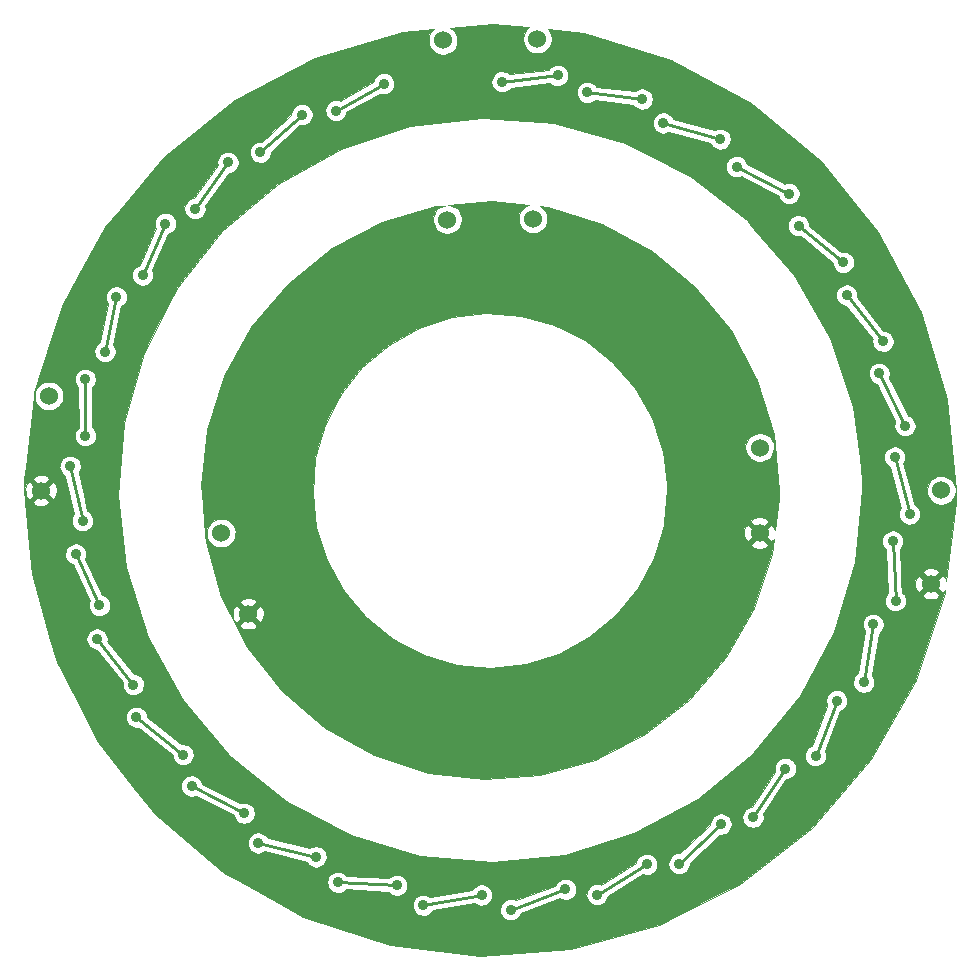
<source format=gbl>
G04 #@! TF.FileFunction,Copper,L2,Bot,Signal*
%FSLAX46Y46*%
G04 Gerber Fmt 4.6, Leading zero omitted, Abs format (unit mm)*
G04 Created by KiCad (PCBNEW 4.0.1-stable) date 2/5/2016 11:19:15 AM*
%MOMM*%
G01*
G04 APERTURE LIST*
%ADD10C,0.100000*%
%ADD11C,1.524000*%
%ADD12C,0.900000*%
%ADD13C,0.400000*%
%ADD14C,0.250000*%
G04 APERTURE END LIST*
D10*
D11*
X113840000Y-87520000D03*
X155190000Y-57280000D03*
X113170000Y-95510000D03*
X189390000Y-95490000D03*
X188510000Y-103400000D03*
X147200000Y-57400000D03*
X154820000Y-72510000D03*
X130720000Y-105940000D03*
X128420000Y-99110000D03*
X147570000Y-72570000D03*
X174000000Y-99110000D03*
X174020000Y-91870000D03*
D12*
X160170000Y-60330000D03*
X167310000Y-63090000D03*
X173730000Y-67160000D03*
X183220000Y-78820000D03*
X186040000Y-85790000D03*
X186960000Y-100760000D03*
X185090000Y-108120000D03*
X181730000Y-114850000D03*
X177180000Y-120840000D03*
X171350000Y-125640000D03*
X164560000Y-129190000D03*
X157250000Y-131240000D03*
X142170000Y-130510000D03*
X135020000Y-127870000D03*
X128640000Y-123830000D03*
X123310000Y-118400000D03*
X119050000Y-112200000D03*
X116270000Y-105230000D03*
X115020000Y-97700000D03*
X115310000Y-90200000D03*
X117220000Y-82840000D03*
X125310000Y-70080000D03*
X131160000Y-65250000D03*
X149490000Y-60210000D03*
X179030000Y-72540000D03*
X187200000Y-93250000D03*
X149650000Y-131650000D03*
X137990000Y-61750000D03*
X145260000Y-59700000D03*
X152840000Y-59210000D03*
X120590000Y-76060000D03*
X166300000Y-84620000D03*
X169310000Y-82320000D03*
X168880000Y-89760000D03*
X172520000Y-88540000D03*
X169780000Y-95530000D03*
X173640000Y-95530000D03*
X168860000Y-101240000D03*
X172480000Y-102380000D03*
X169310000Y-108720000D03*
X166260000Y-106420000D03*
X164350000Y-113640000D03*
X162120000Y-110550000D03*
X158150000Y-116810000D03*
X156890000Y-113210000D03*
X151200000Y-117920000D03*
X151160000Y-114060000D03*
X144320000Y-116850000D03*
X145470000Y-113170000D03*
X138140000Y-113680000D03*
X140270000Y-110550000D03*
X133100000Y-108660000D03*
X136170000Y-106400000D03*
X133530000Y-101180000D03*
X129870000Y-102440000D03*
X132630000Y-95510000D03*
X128780000Y-95680000D03*
X129920000Y-88610000D03*
X133530000Y-89870000D03*
X136130000Y-84670000D03*
X133160000Y-82270000D03*
X138170000Y-77320000D03*
X140230000Y-80530000D03*
X145460000Y-77880000D03*
X144260000Y-74160000D03*
X151190000Y-73050000D03*
X162190000Y-80590000D03*
X164370000Y-77290000D03*
X158060000Y-74130000D03*
X156940000Y-77850000D03*
X156900000Y-60370000D03*
X152190000Y-60900000D03*
X164070000Y-62370000D03*
X159420000Y-61810000D03*
X129000000Y-67720000D03*
X126200000Y-71650000D03*
X185520000Y-104850000D03*
X185270000Y-99790000D03*
X135260000Y-63680000D03*
X131730000Y-66870000D03*
X142190000Y-61060000D03*
X138130000Y-63340000D03*
X121240000Y-114700000D03*
X125200000Y-117890000D03*
X182820000Y-111740000D03*
X183620000Y-106840000D03*
X178740000Y-117970000D03*
X180540000Y-113300000D03*
X173440000Y-123170000D03*
X176190000Y-119050000D03*
X167180000Y-127110000D03*
X170740000Y-123750000D03*
X160250000Y-129730000D03*
X164440000Y-127160000D03*
X152930000Y-130990000D03*
X157570000Y-129270000D03*
X145520000Y-130630000D03*
X150460000Y-129760000D03*
X138290000Y-128680000D03*
X143270000Y-128930000D03*
X131560000Y-125350000D03*
X136460000Y-126530000D03*
X125920000Y-120520000D03*
X130370000Y-122830000D03*
X117910000Y-108080000D03*
X120980000Y-111940000D03*
X116100000Y-100890000D03*
X118110000Y-105240000D03*
X115630000Y-93450000D03*
X116690000Y-98060000D03*
X116910000Y-86110000D03*
X116930000Y-90870000D03*
X119550000Y-79120000D03*
X118580000Y-83740000D03*
X170660000Y-65760000D03*
X165860000Y-64390000D03*
X176490000Y-70370000D03*
X172060000Y-68090000D03*
X181100000Y-76200000D03*
X177300000Y-73090000D03*
X184450000Y-82870000D03*
X181370000Y-78960000D03*
X186320000Y-90030000D03*
X184130000Y-85590000D03*
X186700000Y-97500000D03*
X185430000Y-92680000D03*
X123700000Y-72910000D03*
X121770000Y-77270000D03*
D13*
X179030000Y-72540000D02*
X179010000Y-72540000D01*
X187200000Y-93250000D02*
X187220000Y-93250000D01*
X149650000Y-131650000D02*
X149650000Y-131630000D01*
X137990000Y-61750000D02*
X137960000Y-61770000D01*
X169310000Y-82320000D02*
X169290000Y-82320000D01*
X169780000Y-95530000D02*
X169780000Y-95510000D01*
X173640000Y-95530000D02*
X173640000Y-95550000D01*
X168860000Y-101240000D02*
X168880000Y-101240000D01*
X156940000Y-77850000D02*
X156970000Y-77850000D01*
D14*
X152190000Y-60900000D02*
X156900000Y-60370000D01*
X159420000Y-61810000D02*
X164070000Y-62370000D01*
X126200000Y-71650000D02*
X129000000Y-67720000D01*
X185270000Y-99790000D02*
X185520000Y-104850000D01*
X131730000Y-66870000D02*
X135260000Y-63680000D01*
X138130000Y-63340000D02*
X142190000Y-61060000D01*
X125200000Y-117890000D02*
X121240000Y-114700000D01*
X183620000Y-106840000D02*
X182820000Y-111740000D01*
X180540000Y-113300000D02*
X178740000Y-117970000D01*
X176190000Y-119050000D02*
X173440000Y-123170000D01*
X170740000Y-123750000D02*
X167180000Y-127110000D01*
X164440000Y-127160000D02*
X160250000Y-129730000D01*
X157570000Y-129270000D02*
X152930000Y-130990000D01*
X150460000Y-129760000D02*
X145520000Y-130630000D01*
X143270000Y-128930000D02*
X138290000Y-128680000D01*
X136460000Y-126530000D02*
X131560000Y-125350000D01*
X130370000Y-122830000D02*
X125920000Y-120520000D01*
X120980000Y-111940000D02*
X117910000Y-108080000D01*
X118110000Y-105240000D02*
X116100000Y-100890000D01*
X116690000Y-98060000D02*
X115630000Y-93450000D01*
X116930000Y-90870000D02*
X116910000Y-86110000D01*
X118580000Y-83740000D02*
X119550000Y-79120000D01*
X165860000Y-64390000D02*
X170660000Y-65760000D01*
X172060000Y-68090000D02*
X176490000Y-70370000D01*
X177300000Y-73090000D02*
X181100000Y-76200000D01*
X181370000Y-78960000D02*
X184450000Y-82870000D01*
X184130000Y-85590000D02*
X186320000Y-90030000D01*
X185430000Y-92680000D02*
X186700000Y-97500000D01*
X121770000Y-77270000D02*
X123700000Y-72910000D01*
D10*
G36*
X154471208Y-56301866D02*
X154426882Y-56330872D01*
X154257062Y-56497172D01*
X154122778Y-56693290D01*
X154029143Y-56911755D01*
X153979726Y-57144246D01*
X153976407Y-57381908D01*
X154019314Y-57615689D01*
X154106812Y-57836683D01*
X154235568Y-58036474D01*
X154400678Y-58207450D01*
X154595853Y-58343100D01*
X154813659Y-58438257D01*
X155045800Y-58489297D01*
X155283433Y-58494275D01*
X155517508Y-58453001D01*
X155739108Y-58367048D01*
X155939792Y-58239690D01*
X156111917Y-58075777D01*
X156248927Y-57881554D01*
X156345602Y-57664418D01*
X156398261Y-57432639D01*
X156402052Y-57161157D01*
X156355885Y-56927999D01*
X156265310Y-56708247D01*
X156133777Y-56510274D01*
X156096450Y-56472685D01*
X159127551Y-56791267D01*
X166487178Y-59069452D01*
X173264140Y-62733742D01*
X179200305Y-67644565D01*
X184069566Y-73614869D01*
X187686455Y-80417247D01*
X189913205Y-87792599D01*
X190665000Y-95460000D01*
X190649609Y-96562207D01*
X189813356Y-103181834D01*
X189772558Y-102993487D01*
X189690210Y-102794685D01*
X189481016Y-102717484D01*
X188798500Y-103400000D01*
X189481016Y-104082516D01*
X189690210Y-104005315D01*
X189718332Y-103934023D01*
X189684021Y-104205627D01*
X187252207Y-111515929D01*
X183446795Y-118214666D01*
X178412731Y-124046684D01*
X172341763Y-128789845D01*
X165465130Y-132263482D01*
X158044762Y-134335286D01*
X150363298Y-134926342D01*
X142713323Y-134014138D01*
X135386222Y-131633419D01*
X133726219Y-130705674D01*
X144618817Y-130705674D01*
X144650678Y-130879274D01*
X144715652Y-131043379D01*
X144811263Y-131191738D01*
X144933870Y-131318701D01*
X145078802Y-131419431D01*
X145240539Y-131490093D01*
X145412921Y-131527993D01*
X145589381Y-131531690D01*
X145763199Y-131501041D01*
X145927753Y-131437214D01*
X146076777Y-131342641D01*
X146204592Y-131220924D01*
X146306332Y-131076699D01*
X146306976Y-131075252D01*
X146361361Y-131065674D01*
X152028817Y-131065674D01*
X152060678Y-131239274D01*
X152125652Y-131403379D01*
X152221263Y-131551738D01*
X152343870Y-131678701D01*
X152488802Y-131779431D01*
X152650539Y-131850093D01*
X152822921Y-131887993D01*
X152999381Y-131891690D01*
X153173199Y-131861041D01*
X153337753Y-131797214D01*
X153486777Y-131702641D01*
X153614592Y-131580924D01*
X153716332Y-131436699D01*
X153782960Y-131287050D01*
X157116932Y-130051181D01*
X157128802Y-130059431D01*
X157290539Y-130130093D01*
X157462921Y-130167993D01*
X157639381Y-130171690D01*
X157813199Y-130141041D01*
X157977753Y-130077214D01*
X158126777Y-129982641D01*
X158254592Y-129860924D01*
X158293566Y-129805674D01*
X159348817Y-129805674D01*
X159380678Y-129979274D01*
X159445652Y-130143379D01*
X159541263Y-130291738D01*
X159663870Y-130418701D01*
X159808802Y-130519431D01*
X159970539Y-130590093D01*
X160142921Y-130627993D01*
X160319381Y-130631690D01*
X160493199Y-130601041D01*
X160657753Y-130537214D01*
X160806777Y-130442641D01*
X160934592Y-130320924D01*
X161036332Y-130176699D01*
X161108121Y-130015459D01*
X161144353Y-129855981D01*
X164147080Y-128014213D01*
X164160539Y-128020093D01*
X164332921Y-128057993D01*
X164509381Y-128061690D01*
X164683199Y-128031041D01*
X164847753Y-127967214D01*
X164996777Y-127872641D01*
X165124592Y-127750924D01*
X165226332Y-127606699D01*
X165298121Y-127445459D01*
X165337224Y-127273346D01*
X165338448Y-127185674D01*
X166278817Y-127185674D01*
X166310678Y-127359274D01*
X166375652Y-127523379D01*
X166471263Y-127671738D01*
X166593870Y-127798701D01*
X166738802Y-127899431D01*
X166900539Y-127970093D01*
X167072921Y-128007993D01*
X167249381Y-128011690D01*
X167423199Y-127981041D01*
X167587753Y-127917214D01*
X167736777Y-127822641D01*
X167864592Y-127700924D01*
X167966332Y-127556699D01*
X168038121Y-127395459D01*
X168077224Y-127223346D01*
X168079622Y-127051579D01*
X170627534Y-124646809D01*
X170632921Y-124647993D01*
X170809381Y-124651690D01*
X170983199Y-124621041D01*
X171147753Y-124557214D01*
X171296777Y-124462641D01*
X171424592Y-124340924D01*
X171526332Y-124196699D01*
X171598121Y-124035459D01*
X171637224Y-123863346D01*
X171640039Y-123661750D01*
X171605757Y-123488613D01*
X171538498Y-123325431D01*
X171485508Y-123245674D01*
X172538817Y-123245674D01*
X172570678Y-123419274D01*
X172635652Y-123583379D01*
X172731263Y-123731738D01*
X172853870Y-123858701D01*
X172998802Y-123959431D01*
X173160539Y-124030093D01*
X173332921Y-124067993D01*
X173509381Y-124071690D01*
X173683199Y-124041041D01*
X173847753Y-123977214D01*
X173996777Y-123882641D01*
X174124592Y-123760924D01*
X174226332Y-123616699D01*
X174298121Y-123455459D01*
X174337224Y-123283346D01*
X174340039Y-123081750D01*
X174305765Y-122908653D01*
X176282146Y-119947676D01*
X176433199Y-119921041D01*
X176597753Y-119857214D01*
X176746777Y-119762641D01*
X176874592Y-119640924D01*
X176976332Y-119496699D01*
X177048121Y-119335459D01*
X177087224Y-119163346D01*
X177090039Y-118961750D01*
X177055757Y-118788613D01*
X176988498Y-118625431D01*
X176890825Y-118478421D01*
X176766458Y-118353182D01*
X176620133Y-118254485D01*
X176457425Y-118186089D01*
X176284531Y-118150599D01*
X176108036Y-118149367D01*
X175934663Y-118182440D01*
X175771016Y-118248557D01*
X175623328Y-118345202D01*
X175497224Y-118468692D01*
X175397508Y-118614324D01*
X175327977Y-118776550D01*
X175291281Y-118949193D01*
X175288817Y-119125674D01*
X175320678Y-119299274D01*
X175325003Y-119310197D01*
X173348632Y-122271161D01*
X173184663Y-122302440D01*
X173021016Y-122368557D01*
X172873328Y-122465202D01*
X172747224Y-122588692D01*
X172647508Y-122734324D01*
X172577977Y-122896550D01*
X172541281Y-123069193D01*
X172538817Y-123245674D01*
X171485508Y-123245674D01*
X171440825Y-123178421D01*
X171316458Y-123053182D01*
X171170133Y-122954485D01*
X171007425Y-122886089D01*
X170834531Y-122850599D01*
X170658036Y-122849367D01*
X170484663Y-122882440D01*
X170321016Y-122948557D01*
X170173328Y-123045202D01*
X170047224Y-123168692D01*
X169947508Y-123314324D01*
X169877977Y-123476550D01*
X169841281Y-123649193D01*
X169839040Y-123809683D01*
X167291518Y-126214086D01*
X167274531Y-126210599D01*
X167098036Y-126209367D01*
X166924663Y-126242440D01*
X166761016Y-126308557D01*
X166613328Y-126405202D01*
X166487224Y-126528692D01*
X166387508Y-126674324D01*
X166317977Y-126836550D01*
X166281281Y-127009193D01*
X166278817Y-127185674D01*
X165338448Y-127185674D01*
X165340039Y-127071750D01*
X165305757Y-126898613D01*
X165238498Y-126735431D01*
X165140825Y-126588421D01*
X165016458Y-126463182D01*
X164870133Y-126364485D01*
X164707425Y-126296089D01*
X164534531Y-126260599D01*
X164358036Y-126259367D01*
X164184663Y-126292440D01*
X164021016Y-126358557D01*
X163873328Y-126455202D01*
X163747224Y-126578692D01*
X163647508Y-126724324D01*
X163577977Y-126886550D01*
X163546779Y-127033324D01*
X160541934Y-128876392D01*
X160517425Y-128866089D01*
X160344531Y-128830599D01*
X160168036Y-128829367D01*
X159994663Y-128862440D01*
X159831016Y-128928557D01*
X159683328Y-129025202D01*
X159557224Y-129148692D01*
X159457508Y-129294324D01*
X159387977Y-129456550D01*
X159351281Y-129629193D01*
X159348817Y-129805674D01*
X158293566Y-129805674D01*
X158356332Y-129716699D01*
X158428121Y-129555459D01*
X158467224Y-129383346D01*
X158470039Y-129181750D01*
X158435757Y-129008613D01*
X158368498Y-128845431D01*
X158270825Y-128698421D01*
X158146458Y-128573182D01*
X158000133Y-128474485D01*
X157837425Y-128406089D01*
X157664531Y-128370599D01*
X157488036Y-128369367D01*
X157314663Y-128402440D01*
X157151016Y-128468557D01*
X157003328Y-128565202D01*
X156877224Y-128688692D01*
X156777508Y-128834324D01*
X156718291Y-128972486D01*
X153381981Y-130209221D01*
X153360133Y-130194485D01*
X153197425Y-130126089D01*
X153024531Y-130090599D01*
X152848036Y-130089367D01*
X152674663Y-130122440D01*
X152511016Y-130188557D01*
X152363328Y-130285202D01*
X152237224Y-130408692D01*
X152137508Y-130554324D01*
X152067977Y-130716550D01*
X152031281Y-130889193D01*
X152028817Y-131065674D01*
X146361361Y-131065674D01*
X149872527Y-130447311D01*
X149873870Y-130448701D01*
X150018802Y-130549431D01*
X150180539Y-130620093D01*
X150352921Y-130657993D01*
X150529381Y-130661690D01*
X150703199Y-130631041D01*
X150867753Y-130567214D01*
X151016777Y-130472641D01*
X151144592Y-130350924D01*
X151246332Y-130206699D01*
X151318121Y-130045459D01*
X151357224Y-129873346D01*
X151360039Y-129671750D01*
X151325757Y-129498613D01*
X151258498Y-129335431D01*
X151160825Y-129188421D01*
X151036458Y-129063182D01*
X150890133Y-128964485D01*
X150727425Y-128896089D01*
X150554531Y-128860599D01*
X150378036Y-128859367D01*
X150204663Y-128892440D01*
X150041016Y-128958557D01*
X149893328Y-129055202D01*
X149767224Y-129178692D01*
X149674207Y-129314540D01*
X146106133Y-129942925D01*
X146096458Y-129933182D01*
X145950133Y-129834485D01*
X145787425Y-129766089D01*
X145614531Y-129730599D01*
X145438036Y-129729367D01*
X145264663Y-129762440D01*
X145101016Y-129828557D01*
X144953328Y-129925202D01*
X144827224Y-130048692D01*
X144727508Y-130194324D01*
X144657977Y-130356550D01*
X144621281Y-130529193D01*
X144618817Y-130705674D01*
X133726219Y-130705674D01*
X130237105Y-128755674D01*
X137388817Y-128755674D01*
X137420678Y-128929274D01*
X137485652Y-129093379D01*
X137581263Y-129241738D01*
X137703870Y-129368701D01*
X137848802Y-129469431D01*
X138010539Y-129540093D01*
X138182921Y-129577993D01*
X138359381Y-129581690D01*
X138533199Y-129551041D01*
X138697753Y-129487214D01*
X138846777Y-129392641D01*
X138955472Y-129289131D01*
X142546882Y-129469423D01*
X142561263Y-129491738D01*
X142683870Y-129618701D01*
X142828802Y-129719431D01*
X142990539Y-129790093D01*
X143162921Y-129827993D01*
X143339381Y-129831690D01*
X143513199Y-129801041D01*
X143677753Y-129737214D01*
X143826777Y-129642641D01*
X143954592Y-129520924D01*
X144056332Y-129376699D01*
X144128121Y-129215459D01*
X144167224Y-129043346D01*
X144170039Y-128841750D01*
X144135757Y-128668613D01*
X144068498Y-128505431D01*
X143970825Y-128358421D01*
X143846458Y-128233182D01*
X143700133Y-128134485D01*
X143537425Y-128066089D01*
X143364531Y-128030599D01*
X143188036Y-128029367D01*
X143014663Y-128062440D01*
X142851016Y-128128557D01*
X142703328Y-128225202D01*
X142605582Y-128320921D01*
X139012157Y-128140529D01*
X138990825Y-128108421D01*
X138866458Y-127983182D01*
X138720133Y-127884485D01*
X138557425Y-127816089D01*
X138384531Y-127780599D01*
X138208036Y-127779367D01*
X138034663Y-127812440D01*
X137871016Y-127878557D01*
X137723328Y-127975202D01*
X137597224Y-128098692D01*
X137497508Y-128244324D01*
X137427977Y-128406550D01*
X137391281Y-128579193D01*
X137388817Y-128755674D01*
X130237105Y-128755674D01*
X128661082Y-127874865D01*
X125783293Y-125425674D01*
X130658817Y-125425674D01*
X130690678Y-125599274D01*
X130755652Y-125763379D01*
X130851263Y-125911738D01*
X130973870Y-126038701D01*
X131118802Y-126139431D01*
X131280539Y-126210093D01*
X131452921Y-126247993D01*
X131629381Y-126251690D01*
X131803199Y-126221041D01*
X131967753Y-126157214D01*
X132102067Y-126071976D01*
X135648806Y-126926089D01*
X135655652Y-126943379D01*
X135751263Y-127091738D01*
X135873870Y-127218701D01*
X136018802Y-127319431D01*
X136180539Y-127390093D01*
X136352921Y-127427993D01*
X136529381Y-127431690D01*
X136703199Y-127401041D01*
X136867753Y-127337214D01*
X137016777Y-127242641D01*
X137144592Y-127120924D01*
X137246332Y-126976699D01*
X137318121Y-126815459D01*
X137357224Y-126643346D01*
X137360039Y-126441750D01*
X137325757Y-126268613D01*
X137258498Y-126105431D01*
X137160825Y-125958421D01*
X137036458Y-125833182D01*
X136890133Y-125734485D01*
X136727425Y-125666089D01*
X136554531Y-125630599D01*
X136378036Y-125629367D01*
X136204663Y-125662440D01*
X136041016Y-125728557D01*
X135919136Y-125808313D01*
X132370131Y-124953655D01*
X132358498Y-124925431D01*
X132260825Y-124778421D01*
X132136458Y-124653182D01*
X131990133Y-124554485D01*
X131827425Y-124486089D01*
X131654531Y-124450599D01*
X131478036Y-124449367D01*
X131304663Y-124482440D01*
X131141016Y-124548557D01*
X130993328Y-124645202D01*
X130867224Y-124768692D01*
X130767508Y-124914324D01*
X130697977Y-125076550D01*
X130661281Y-125249193D01*
X130658817Y-125425674D01*
X125783293Y-125425674D01*
X122794061Y-122881639D01*
X120982228Y-120595674D01*
X125018817Y-120595674D01*
X125050678Y-120769274D01*
X125115652Y-120933379D01*
X125211263Y-121081738D01*
X125333870Y-121208701D01*
X125478802Y-121309431D01*
X125640539Y-121380093D01*
X125812921Y-121417993D01*
X125989381Y-121421690D01*
X126163199Y-121391041D01*
X126270082Y-121349583D01*
X129489991Y-123021042D01*
X129500678Y-123079274D01*
X129565652Y-123243379D01*
X129661263Y-123391738D01*
X129783870Y-123518701D01*
X129928802Y-123619431D01*
X130090539Y-123690093D01*
X130262921Y-123727993D01*
X130439381Y-123731690D01*
X130613199Y-123701041D01*
X130777753Y-123637214D01*
X130926777Y-123542641D01*
X131054592Y-123420924D01*
X131156332Y-123276699D01*
X131228121Y-123115459D01*
X131267224Y-122943346D01*
X131270039Y-122741750D01*
X131235757Y-122568613D01*
X131168498Y-122405431D01*
X131070825Y-122258421D01*
X130946458Y-122133182D01*
X130800133Y-122034485D01*
X130637425Y-121966089D01*
X130464531Y-121930599D01*
X130288036Y-121929367D01*
X130114663Y-121962440D01*
X130020246Y-122000587D01*
X126799649Y-120328771D01*
X126785757Y-120258613D01*
X126718498Y-120095431D01*
X126620825Y-119948421D01*
X126496458Y-119823182D01*
X126350133Y-119724485D01*
X126187425Y-119656089D01*
X126014531Y-119620599D01*
X125838036Y-119619367D01*
X125664663Y-119652440D01*
X125501016Y-119718557D01*
X125353328Y-119815202D01*
X125227224Y-119938692D01*
X125127508Y-120084324D01*
X125057977Y-120246550D01*
X125021281Y-120419193D01*
X125018817Y-120595674D01*
X120982228Y-120595674D01*
X118008633Y-116843932D01*
X116945693Y-114775674D01*
X120338817Y-114775674D01*
X120370678Y-114949274D01*
X120435652Y-115113379D01*
X120531263Y-115261738D01*
X120653870Y-115388701D01*
X120798802Y-115489431D01*
X120960539Y-115560093D01*
X121132921Y-115597993D01*
X121309381Y-115601690D01*
X121418805Y-115582396D01*
X124299691Y-117903110D01*
X124298817Y-117965674D01*
X124330678Y-118139274D01*
X124395652Y-118303379D01*
X124491263Y-118451738D01*
X124613870Y-118578701D01*
X124758802Y-118679431D01*
X124920539Y-118750093D01*
X125092921Y-118787993D01*
X125269381Y-118791690D01*
X125443199Y-118761041D01*
X125607753Y-118697214D01*
X125756777Y-118602641D01*
X125884592Y-118480924D01*
X125986332Y-118336699D01*
X126058121Y-118175459D01*
X126097224Y-118003346D01*
X126100039Y-117801750D01*
X126065757Y-117628613D01*
X125998498Y-117465431D01*
X125900825Y-117318421D01*
X125776458Y-117193182D01*
X125630133Y-117094485D01*
X125467425Y-117026089D01*
X125294531Y-116990599D01*
X125118036Y-116989367D01*
X125021433Y-117007795D01*
X122139004Y-114685840D01*
X122140039Y-114611750D01*
X122105757Y-114438613D01*
X122038498Y-114275431D01*
X121940825Y-114128421D01*
X121816458Y-114003182D01*
X121670133Y-113904485D01*
X121507425Y-113836089D01*
X121334531Y-113800599D01*
X121158036Y-113799367D01*
X120984663Y-113832440D01*
X120821016Y-113898557D01*
X120673328Y-113995202D01*
X120547224Y-114118692D01*
X120447508Y-114264324D01*
X120377977Y-114426550D01*
X120341281Y-114599193D01*
X120338817Y-114775674D01*
X116945693Y-114775674D01*
X114487073Y-109991717D01*
X113960597Y-108155674D01*
X117008817Y-108155674D01*
X117040678Y-108329274D01*
X117105652Y-108493379D01*
X117201263Y-108641738D01*
X117323870Y-108768701D01*
X117468802Y-108869431D01*
X117630539Y-108940093D01*
X117802921Y-108977993D01*
X117890987Y-108979838D01*
X120098965Y-111755993D01*
X120081281Y-111839193D01*
X120078817Y-112015674D01*
X120110678Y-112189274D01*
X120175652Y-112353379D01*
X120271263Y-112501738D01*
X120393870Y-112628701D01*
X120538802Y-112729431D01*
X120700539Y-112800093D01*
X120872921Y-112837993D01*
X121049381Y-112841690D01*
X121223199Y-112811041D01*
X121387753Y-112747214D01*
X121536777Y-112652641D01*
X121664592Y-112530924D01*
X121766332Y-112386699D01*
X121838121Y-112225459D01*
X121877224Y-112053346D01*
X121880039Y-111851750D01*
X121845757Y-111678613D01*
X121778498Y-111515431D01*
X121680825Y-111368421D01*
X121556458Y-111243182D01*
X121410133Y-111144485D01*
X121247425Y-111076089D01*
X121074531Y-111040599D01*
X120998941Y-111040071D01*
X118791140Y-108264140D01*
X118807224Y-108193346D01*
X118810039Y-107991750D01*
X118775757Y-107818613D01*
X118708498Y-107655431D01*
X118610825Y-107508421D01*
X118486458Y-107383182D01*
X118340133Y-107284485D01*
X118177425Y-107216089D01*
X118004531Y-107180599D01*
X117828036Y-107179367D01*
X117654663Y-107212440D01*
X117491016Y-107278557D01*
X117343328Y-107375202D01*
X117217224Y-107498692D01*
X117117508Y-107644324D01*
X117047977Y-107806550D01*
X117011281Y-107979193D01*
X117008817Y-108155674D01*
X113960597Y-108155674D01*
X112363516Y-102585993D01*
X112227455Y-100965674D01*
X115198817Y-100965674D01*
X115230678Y-101139274D01*
X115295652Y-101303379D01*
X115391263Y-101451738D01*
X115513870Y-101578701D01*
X115658802Y-101679431D01*
X115820539Y-101750093D01*
X115868921Y-101760730D01*
X117297183Y-104851745D01*
X117247977Y-104966550D01*
X117211281Y-105139193D01*
X117208817Y-105315674D01*
X117240678Y-105489274D01*
X117305652Y-105653379D01*
X117401263Y-105801738D01*
X117523870Y-105928701D01*
X117668802Y-106029431D01*
X117830539Y-106100093D01*
X118002921Y-106137993D01*
X118179381Y-106141690D01*
X118353199Y-106111041D01*
X118517753Y-106047214D01*
X118666777Y-105952641D01*
X118794592Y-105830924D01*
X118896332Y-105686699D01*
X118968121Y-105525459D01*
X119007224Y-105353346D01*
X119010039Y-105151750D01*
X118975757Y-104978613D01*
X118908498Y-104815431D01*
X118810825Y-104668421D01*
X118686458Y-104543182D01*
X118540133Y-104444485D01*
X118377425Y-104376089D01*
X118340751Y-104368561D01*
X116912581Y-101277744D01*
X116958121Y-101175459D01*
X116997224Y-101003346D01*
X117000039Y-100801750D01*
X116965757Y-100628613D01*
X116898498Y-100465431D01*
X116800825Y-100318421D01*
X116676458Y-100193182D01*
X116530133Y-100094485D01*
X116367425Y-100026089D01*
X116194531Y-99990599D01*
X116018036Y-99989367D01*
X115844663Y-100022440D01*
X115681016Y-100088557D01*
X115533328Y-100185202D01*
X115407224Y-100308692D01*
X115307508Y-100454324D01*
X115237977Y-100616550D01*
X115201281Y-100789193D01*
X115198817Y-100965674D01*
X112227455Y-100965674D01*
X111850868Y-96481016D01*
X112487484Y-96481016D01*
X112564685Y-96690210D01*
X112806563Y-96785624D01*
X113062409Y-96832016D01*
X113322389Y-96827604D01*
X113576513Y-96772558D01*
X113775315Y-96690210D01*
X113852516Y-96481016D01*
X113170000Y-95798500D01*
X112487484Y-96481016D01*
X111850868Y-96481016D01*
X111760294Y-95402409D01*
X111847984Y-95402409D01*
X111852396Y-95662389D01*
X111907442Y-95916513D01*
X111989790Y-96115315D01*
X112198984Y-96192516D01*
X112881500Y-95510000D01*
X113458500Y-95510000D01*
X114141016Y-96192516D01*
X114350210Y-96115315D01*
X114445624Y-95873437D01*
X114492016Y-95617591D01*
X114487604Y-95357611D01*
X114432558Y-95103487D01*
X114350210Y-94904685D01*
X114141016Y-94827484D01*
X113458500Y-95510000D01*
X112881500Y-95510000D01*
X112198984Y-94827484D01*
X111989790Y-94904685D01*
X111894376Y-95146563D01*
X111847984Y-95402409D01*
X111760294Y-95402409D01*
X111718848Y-94908843D01*
X111760334Y-94538984D01*
X112487484Y-94538984D01*
X113170000Y-95221500D01*
X113852516Y-94538984D01*
X113775315Y-94329790D01*
X113533437Y-94234376D01*
X113277591Y-94187984D01*
X113017611Y-94192396D01*
X112763487Y-94247442D01*
X112564685Y-94329790D01*
X112487484Y-94538984D01*
X111760334Y-94538984D01*
X111873994Y-93525674D01*
X114728817Y-93525674D01*
X114760678Y-93699274D01*
X114825652Y-93863379D01*
X114921263Y-94011738D01*
X115043870Y-94138701D01*
X115188802Y-94239431D01*
X115225167Y-94255319D01*
X115974099Y-97512466D01*
X115897508Y-97624324D01*
X115827977Y-97786550D01*
X115791281Y-97959193D01*
X115788817Y-98135674D01*
X115820678Y-98309274D01*
X115885652Y-98473379D01*
X115981263Y-98621738D01*
X116103870Y-98748701D01*
X116248802Y-98849431D01*
X116410539Y-98920093D01*
X116582921Y-98957993D01*
X116759381Y-98961690D01*
X116933199Y-98931041D01*
X117097753Y-98867214D01*
X117246777Y-98772641D01*
X117374592Y-98650924D01*
X117476332Y-98506699D01*
X117548121Y-98345459D01*
X117587224Y-98173346D01*
X117590039Y-97971750D01*
X117555757Y-97798613D01*
X117488498Y-97635431D01*
X117390825Y-97488421D01*
X117266458Y-97363182D01*
X117120133Y-97264485D01*
X117094622Y-97253761D01*
X116783382Y-95900158D01*
X119668073Y-95900158D01*
X120353897Y-102014416D01*
X122214258Y-107879019D01*
X125178297Y-113270585D01*
X129133113Y-117983751D01*
X133928069Y-121838995D01*
X139380527Y-124689471D01*
X145282804Y-126426606D01*
X151410084Y-126984232D01*
X157528981Y-126341110D01*
X163406429Y-124521736D01*
X168818556Y-121595409D01*
X173109448Y-118045674D01*
X177838817Y-118045674D01*
X177870678Y-118219274D01*
X177935652Y-118383379D01*
X178031263Y-118531738D01*
X178153870Y-118658701D01*
X178298802Y-118759431D01*
X178460539Y-118830093D01*
X178632921Y-118867993D01*
X178809381Y-118871690D01*
X178983199Y-118841041D01*
X179147753Y-118777214D01*
X179296777Y-118682641D01*
X179424592Y-118560924D01*
X179526332Y-118416699D01*
X179598121Y-118255459D01*
X179637224Y-118083346D01*
X179640039Y-117881750D01*
X179605757Y-117708613D01*
X179538498Y-117545431D01*
X179526715Y-117527696D01*
X180827058Y-114154029D01*
X180947753Y-114107214D01*
X181096777Y-114012641D01*
X181224592Y-113890924D01*
X181326332Y-113746699D01*
X181398121Y-113585459D01*
X181437224Y-113413346D01*
X181440039Y-113211750D01*
X181405757Y-113038613D01*
X181338498Y-112875431D01*
X181240825Y-112728421D01*
X181116458Y-112603182D01*
X180970133Y-112504485D01*
X180807425Y-112436089D01*
X180634531Y-112400599D01*
X180458036Y-112399367D01*
X180284663Y-112432440D01*
X180121016Y-112498557D01*
X179973328Y-112595202D01*
X179847224Y-112718692D01*
X179747508Y-112864324D01*
X179677977Y-113026550D01*
X179641281Y-113199193D01*
X179638817Y-113375674D01*
X179670678Y-113549274D01*
X179735652Y-113713379D01*
X179753663Y-113741326D01*
X178453269Y-117115124D01*
X178321016Y-117168557D01*
X178173328Y-117265202D01*
X178047224Y-117388692D01*
X177947508Y-117534324D01*
X177877977Y-117696550D01*
X177841281Y-117869193D01*
X177838817Y-118045674D01*
X173109448Y-118045674D01*
X173559217Y-117673593D01*
X177447842Y-112905669D01*
X178027402Y-111815674D01*
X181918817Y-111815674D01*
X181950678Y-111989274D01*
X182015652Y-112153379D01*
X182111263Y-112301738D01*
X182233870Y-112428701D01*
X182378802Y-112529431D01*
X182540539Y-112600093D01*
X182712921Y-112637993D01*
X182889381Y-112641690D01*
X183063199Y-112611041D01*
X183227753Y-112547214D01*
X183376777Y-112452641D01*
X183504592Y-112330924D01*
X183606332Y-112186699D01*
X183678121Y-112025459D01*
X183717224Y-111853346D01*
X183720039Y-111651750D01*
X183685757Y-111478613D01*
X183618498Y-111315431D01*
X183520825Y-111168421D01*
X183499447Y-111146893D01*
X184075801Y-107616722D01*
X184176777Y-107552641D01*
X184304592Y-107430924D01*
X184406332Y-107286699D01*
X184478121Y-107125459D01*
X184517224Y-106953346D01*
X184520039Y-106751750D01*
X184485757Y-106578613D01*
X184418498Y-106415431D01*
X184320825Y-106268421D01*
X184196458Y-106143182D01*
X184050133Y-106044485D01*
X183887425Y-105976089D01*
X183714531Y-105940599D01*
X183538036Y-105939367D01*
X183364663Y-105972440D01*
X183201016Y-106038557D01*
X183053328Y-106135202D01*
X182927224Y-106258692D01*
X182827508Y-106404324D01*
X182757977Y-106566550D01*
X182721281Y-106739193D01*
X182718817Y-106915674D01*
X182750678Y-107089274D01*
X182815652Y-107253379D01*
X182911263Y-107401738D01*
X182940698Y-107432219D01*
X182364314Y-110962574D01*
X182253328Y-111035202D01*
X182127224Y-111158692D01*
X182027508Y-111304324D01*
X181957977Y-111466550D01*
X181921281Y-111639193D01*
X181918817Y-111815674D01*
X178027402Y-111815674D01*
X180336314Y-107473244D01*
X182114611Y-101583238D01*
X182283019Y-99865674D01*
X184368817Y-99865674D01*
X184400678Y-100039274D01*
X184465652Y-100203379D01*
X184561263Y-100351738D01*
X184683870Y-100478701D01*
X184729907Y-100510697D01*
X184911501Y-104186162D01*
X184827224Y-104268692D01*
X184727508Y-104414324D01*
X184657977Y-104576550D01*
X184621281Y-104749193D01*
X184618817Y-104925674D01*
X184650678Y-105099274D01*
X184715652Y-105263379D01*
X184811263Y-105411738D01*
X184933870Y-105538701D01*
X185078802Y-105639431D01*
X185240539Y-105710093D01*
X185412921Y-105747993D01*
X185589381Y-105751690D01*
X185763199Y-105721041D01*
X185927753Y-105657214D01*
X186076777Y-105562641D01*
X186204592Y-105440924D01*
X186306332Y-105296699D01*
X186378121Y-105135459D01*
X186417224Y-104963346D01*
X186420039Y-104761750D01*
X186385757Y-104588613D01*
X186318498Y-104425431D01*
X186282345Y-104371016D01*
X187827484Y-104371016D01*
X187904685Y-104580210D01*
X188146563Y-104675624D01*
X188402409Y-104722016D01*
X188662389Y-104717604D01*
X188916513Y-104662558D01*
X189115315Y-104580210D01*
X189192516Y-104371016D01*
X188510000Y-103688500D01*
X187827484Y-104371016D01*
X186282345Y-104371016D01*
X186220825Y-104278421D01*
X186096458Y-104153182D01*
X186060060Y-104128631D01*
X186018745Y-103292409D01*
X187187984Y-103292409D01*
X187192396Y-103552389D01*
X187247442Y-103806513D01*
X187329790Y-104005315D01*
X187538984Y-104082516D01*
X188221500Y-103400000D01*
X187538984Y-102717484D01*
X187329790Y-102794685D01*
X187234376Y-103036563D01*
X187187984Y-103292409D01*
X186018745Y-103292409D01*
X185976086Y-102428984D01*
X187827484Y-102428984D01*
X188510000Y-103111500D01*
X189192516Y-102428984D01*
X189115315Y-102219790D01*
X188873437Y-102124376D01*
X188617591Y-102077984D01*
X188357611Y-102082396D01*
X188103487Y-102137442D01*
X187904685Y-102219790D01*
X187827484Y-102428984D01*
X185976086Y-102428984D01*
X185878478Y-100453407D01*
X185954592Y-100380924D01*
X186056332Y-100236699D01*
X186128121Y-100075459D01*
X186167224Y-99903346D01*
X186170039Y-99701750D01*
X186135757Y-99528613D01*
X186068498Y-99365431D01*
X185970825Y-99218421D01*
X185846458Y-99093182D01*
X185700133Y-98994485D01*
X185537425Y-98926089D01*
X185364531Y-98890599D01*
X185188036Y-98889367D01*
X185014663Y-98922440D01*
X184851016Y-98988557D01*
X184703328Y-99085202D01*
X184577224Y-99208692D01*
X184477508Y-99354324D01*
X184407977Y-99516550D01*
X184371281Y-99689193D01*
X184368817Y-99865674D01*
X182283019Y-99865674D01*
X182715000Y-95460000D01*
X182702709Y-94579770D01*
X182472272Y-92755674D01*
X184528817Y-92755674D01*
X184560678Y-92929274D01*
X184625652Y-93093379D01*
X184721263Y-93241738D01*
X184843870Y-93368701D01*
X184988802Y-93469431D01*
X185050479Y-93496377D01*
X185967497Y-96976712D01*
X185907508Y-97064324D01*
X185837977Y-97226550D01*
X185801281Y-97399193D01*
X185798817Y-97575674D01*
X185830678Y-97749274D01*
X185895652Y-97913379D01*
X185991263Y-98061738D01*
X186113870Y-98188701D01*
X186258802Y-98289431D01*
X186420539Y-98360093D01*
X186592921Y-98397993D01*
X186769381Y-98401690D01*
X186943199Y-98371041D01*
X187107753Y-98307214D01*
X187256777Y-98212641D01*
X187384592Y-98090924D01*
X187486332Y-97946699D01*
X187558121Y-97785459D01*
X187597224Y-97613346D01*
X187600039Y-97411750D01*
X187565757Y-97238613D01*
X187498498Y-97075431D01*
X187400825Y-96928421D01*
X187276458Y-96803182D01*
X187130133Y-96704485D01*
X187079399Y-96683158D01*
X186791871Y-95591908D01*
X188176407Y-95591908D01*
X188219314Y-95825689D01*
X188306812Y-96046683D01*
X188435568Y-96246474D01*
X188600678Y-96417450D01*
X188795853Y-96553100D01*
X189013659Y-96648257D01*
X189245800Y-96699297D01*
X189483433Y-96704275D01*
X189717508Y-96663001D01*
X189939108Y-96577048D01*
X190139792Y-96449690D01*
X190311917Y-96285777D01*
X190448927Y-96091554D01*
X190545602Y-95874418D01*
X190598261Y-95642639D01*
X190602052Y-95371157D01*
X190555885Y-95137999D01*
X190465310Y-94918247D01*
X190333777Y-94720274D01*
X190166296Y-94551620D01*
X189969246Y-94418708D01*
X189750132Y-94326601D01*
X189517301Y-94278808D01*
X189279622Y-94277148D01*
X189046147Y-94321686D01*
X188825768Y-94410725D01*
X188626882Y-94540872D01*
X188457062Y-94707172D01*
X188322778Y-94903290D01*
X188229143Y-95121755D01*
X188179726Y-95354246D01*
X188176407Y-95591908D01*
X186791871Y-95591908D01*
X186162449Y-93203082D01*
X186216332Y-93126699D01*
X186288121Y-92965459D01*
X186327224Y-92793346D01*
X186330039Y-92591750D01*
X186295757Y-92418613D01*
X186228498Y-92255431D01*
X186130825Y-92108421D01*
X186006458Y-91983182D01*
X185860133Y-91884485D01*
X185697425Y-91816089D01*
X185524531Y-91780599D01*
X185348036Y-91779367D01*
X185174663Y-91812440D01*
X185011016Y-91878557D01*
X184863328Y-91975202D01*
X184737224Y-92098692D01*
X184637508Y-92244324D01*
X184567977Y-92406550D01*
X184531281Y-92579193D01*
X184528817Y-92755674D01*
X182472272Y-92755674D01*
X181931583Y-88475684D01*
X180996818Y-85665674D01*
X183228817Y-85665674D01*
X183260678Y-85839274D01*
X183325652Y-86003379D01*
X183421263Y-86151738D01*
X183543870Y-86278701D01*
X183688802Y-86379431D01*
X183850539Y-86450093D01*
X183920702Y-86465519D01*
X185497964Y-89663255D01*
X185457977Y-89756550D01*
X185421281Y-89929193D01*
X185418817Y-90105674D01*
X185450678Y-90279274D01*
X185515652Y-90443379D01*
X185611263Y-90591738D01*
X185733870Y-90718701D01*
X185878802Y-90819431D01*
X186040539Y-90890093D01*
X186212921Y-90927993D01*
X186389381Y-90931690D01*
X186563199Y-90901041D01*
X186727753Y-90837214D01*
X186876777Y-90742641D01*
X187004592Y-90620924D01*
X187106332Y-90476699D01*
X187178121Y-90315459D01*
X187217224Y-90143346D01*
X187220039Y-89941750D01*
X187185757Y-89768613D01*
X187118498Y-89605431D01*
X187020825Y-89458421D01*
X186896458Y-89333182D01*
X186750133Y-89234485D01*
X186587425Y-89166089D01*
X186529120Y-89154121D01*
X184951980Y-85956632D01*
X184988121Y-85875459D01*
X185027224Y-85703346D01*
X185030039Y-85501750D01*
X184995757Y-85328613D01*
X184928498Y-85165431D01*
X184830825Y-85018421D01*
X184706458Y-84893182D01*
X184560133Y-84794485D01*
X184397425Y-84726089D01*
X184224531Y-84690599D01*
X184048036Y-84689367D01*
X183874663Y-84722440D01*
X183711016Y-84788557D01*
X183563328Y-84885202D01*
X183437224Y-85008692D01*
X183337508Y-85154324D01*
X183267977Y-85316550D01*
X183231281Y-85489193D01*
X183228817Y-85665674D01*
X180996818Y-85665674D01*
X179989521Y-82637627D01*
X177943327Y-79035674D01*
X180468817Y-79035674D01*
X180500678Y-79209274D01*
X180565652Y-79373379D01*
X180661263Y-79521738D01*
X180783870Y-79648701D01*
X180928802Y-79749431D01*
X181090539Y-79820093D01*
X181262921Y-79857993D01*
X181346784Y-79859750D01*
X183569840Y-82681877D01*
X183551281Y-82769193D01*
X183548817Y-82945674D01*
X183580678Y-83119274D01*
X183645652Y-83283379D01*
X183741263Y-83431738D01*
X183863870Y-83558701D01*
X184008802Y-83659431D01*
X184170539Y-83730093D01*
X184342921Y-83767993D01*
X184519381Y-83771690D01*
X184693199Y-83741041D01*
X184857753Y-83677214D01*
X185006777Y-83582641D01*
X185134592Y-83460924D01*
X185236332Y-83316699D01*
X185308121Y-83155459D01*
X185347224Y-82983346D01*
X185350039Y-82781750D01*
X185315757Y-82608613D01*
X185248498Y-82445431D01*
X185150825Y-82298421D01*
X185026458Y-82173182D01*
X184880133Y-82074485D01*
X184717425Y-82006089D01*
X184544531Y-81970599D01*
X184473098Y-81970100D01*
X182250218Y-79148198D01*
X182267224Y-79073346D01*
X182270039Y-78871750D01*
X182235757Y-78698613D01*
X182168498Y-78535431D01*
X182070825Y-78388421D01*
X181946458Y-78263182D01*
X181800133Y-78164485D01*
X181637425Y-78096089D01*
X181464531Y-78060599D01*
X181288036Y-78059367D01*
X181114663Y-78092440D01*
X180951016Y-78158557D01*
X180803328Y-78255202D01*
X180677224Y-78378692D01*
X180577508Y-78524324D01*
X180507977Y-78686550D01*
X180471281Y-78859193D01*
X180468817Y-79035674D01*
X177943327Y-79035674D01*
X176950493Y-77287971D01*
X173392222Y-73165674D01*
X176398817Y-73165674D01*
X176430678Y-73339274D01*
X176495652Y-73503379D01*
X176591263Y-73651738D01*
X176713870Y-73778701D01*
X176858802Y-73879431D01*
X177020539Y-73950093D01*
X177192921Y-73987993D01*
X177369381Y-73991690D01*
X177471804Y-73973630D01*
X180199786Y-76206268D01*
X180198817Y-76275674D01*
X180230678Y-76449274D01*
X180295652Y-76613379D01*
X180391263Y-76761738D01*
X180513870Y-76888701D01*
X180658802Y-76989431D01*
X180820539Y-77060093D01*
X180992921Y-77097993D01*
X181169381Y-77101690D01*
X181343199Y-77071041D01*
X181507753Y-77007214D01*
X181656777Y-76912641D01*
X181784592Y-76790924D01*
X181886332Y-76646699D01*
X181958121Y-76485459D01*
X181997224Y-76313346D01*
X182000039Y-76111750D01*
X181965757Y-75938613D01*
X181898498Y-75775431D01*
X181800825Y-75628421D01*
X181676458Y-75503182D01*
X181530133Y-75404485D01*
X181367425Y-75336089D01*
X181194531Y-75300599D01*
X181018036Y-75299367D01*
X180928329Y-75316480D01*
X178198909Y-73082665D01*
X178200039Y-73001750D01*
X178165757Y-72828613D01*
X178098498Y-72665431D01*
X178000825Y-72518421D01*
X177876458Y-72393182D01*
X177730133Y-72294485D01*
X177567425Y-72226089D01*
X177394531Y-72190599D01*
X177218036Y-72189367D01*
X177044663Y-72222440D01*
X176881016Y-72288557D01*
X176733328Y-72385202D01*
X176607224Y-72508692D01*
X176507508Y-72654324D01*
X176437977Y-72816550D01*
X176401281Y-72989193D01*
X176398817Y-73165674D01*
X173392222Y-73165674D01*
X172930256Y-72630482D01*
X168081940Y-68842562D01*
X166741930Y-68165674D01*
X171158817Y-68165674D01*
X171190678Y-68339274D01*
X171255652Y-68503379D01*
X171351263Y-68651738D01*
X171473870Y-68778701D01*
X171618802Y-68879431D01*
X171780539Y-68950093D01*
X171952921Y-68987993D01*
X172129381Y-68991690D01*
X172303199Y-68961041D01*
X172413094Y-68918415D01*
X175610543Y-70564054D01*
X175620678Y-70619274D01*
X175685652Y-70783379D01*
X175781263Y-70931738D01*
X175903870Y-71058701D01*
X176048802Y-71159431D01*
X176210539Y-71230093D01*
X176382921Y-71267993D01*
X176559381Y-71271690D01*
X176733199Y-71241041D01*
X176897753Y-71177214D01*
X177046777Y-71082641D01*
X177174592Y-70960924D01*
X177276332Y-70816699D01*
X177348121Y-70655459D01*
X177387224Y-70483346D01*
X177390039Y-70281750D01*
X177355757Y-70108613D01*
X177288498Y-69945431D01*
X177190825Y-69798421D01*
X177066458Y-69673182D01*
X176920133Y-69574485D01*
X176757425Y-69506089D01*
X176584531Y-69470599D01*
X176408036Y-69469367D01*
X176234663Y-69502440D01*
X176137288Y-69541782D01*
X172939047Y-67895735D01*
X172925757Y-67828613D01*
X172858498Y-67665431D01*
X172760825Y-67518421D01*
X172636458Y-67393182D01*
X172490133Y-67294485D01*
X172327425Y-67226089D01*
X172154531Y-67190599D01*
X171978036Y-67189367D01*
X171804663Y-67222440D01*
X171641016Y-67288557D01*
X171493328Y-67385202D01*
X171367224Y-67508692D01*
X171267508Y-67654324D01*
X171197977Y-67816550D01*
X171161281Y-67989193D01*
X171158817Y-68165674D01*
X166741930Y-68165674D01*
X162590215Y-66068492D01*
X156849564Y-64465674D01*
X164958817Y-64465674D01*
X164990678Y-64639274D01*
X165055652Y-64803379D01*
X165151263Y-64951738D01*
X165273870Y-65078701D01*
X165418802Y-65179431D01*
X165580539Y-65250093D01*
X165752921Y-65287993D01*
X165929381Y-65291690D01*
X166103199Y-65261041D01*
X166267753Y-65197214D01*
X166368697Y-65133153D01*
X169835569Y-66122656D01*
X169855652Y-66173379D01*
X169951263Y-66321738D01*
X170073870Y-66448701D01*
X170218802Y-66549431D01*
X170380539Y-66620093D01*
X170552921Y-66657993D01*
X170729381Y-66661690D01*
X170903199Y-66631041D01*
X171067753Y-66567214D01*
X171216777Y-66472641D01*
X171344592Y-66350924D01*
X171446332Y-66206699D01*
X171518121Y-66045459D01*
X171557224Y-65873346D01*
X171560039Y-65671750D01*
X171525757Y-65498613D01*
X171458498Y-65335431D01*
X171360825Y-65188421D01*
X171236458Y-65063182D01*
X171090133Y-64964485D01*
X170927425Y-64896089D01*
X170754531Y-64860599D01*
X170578036Y-64859367D01*
X170404663Y-64892440D01*
X170241016Y-64958557D01*
X170151746Y-65016974D01*
X166683962Y-64027210D01*
X166658498Y-63965431D01*
X166560825Y-63818421D01*
X166436458Y-63693182D01*
X166290133Y-63594485D01*
X166127425Y-63526089D01*
X165954531Y-63490599D01*
X165778036Y-63489367D01*
X165604663Y-63522440D01*
X165441016Y-63588557D01*
X165293328Y-63685202D01*
X165167224Y-63808692D01*
X165067508Y-63954324D01*
X164997977Y-64116550D01*
X164961281Y-64289193D01*
X164958817Y-64465674D01*
X156849564Y-64465674D01*
X156664259Y-64413936D01*
X150529790Y-63941914D01*
X144420469Y-64670406D01*
X138568997Y-66571665D01*
X133198255Y-69573271D01*
X128512813Y-73560895D01*
X124691138Y-78382649D01*
X121878796Y-83854873D01*
X120182909Y-89769134D01*
X119668073Y-95900158D01*
X116783382Y-95900158D01*
X116345729Y-93996785D01*
X116416332Y-93896699D01*
X116488121Y-93735459D01*
X116527224Y-93563346D01*
X116530039Y-93361750D01*
X116495757Y-93188613D01*
X116428498Y-93025431D01*
X116330825Y-92878421D01*
X116206458Y-92753182D01*
X116060133Y-92654485D01*
X115897425Y-92586089D01*
X115724531Y-92550599D01*
X115548036Y-92549367D01*
X115374663Y-92582440D01*
X115211016Y-92648557D01*
X115063328Y-92745202D01*
X114937224Y-92868692D01*
X114837508Y-93014324D01*
X114767977Y-93176550D01*
X114731281Y-93349193D01*
X114728817Y-93525674D01*
X111873994Y-93525674D01*
X112536208Y-87621908D01*
X112626407Y-87621908D01*
X112669314Y-87855689D01*
X112756812Y-88076683D01*
X112885568Y-88276474D01*
X113050678Y-88447450D01*
X113245853Y-88583100D01*
X113463659Y-88678257D01*
X113695800Y-88729297D01*
X113933433Y-88734275D01*
X114167508Y-88693001D01*
X114389108Y-88607048D01*
X114589792Y-88479690D01*
X114761917Y-88315777D01*
X114898927Y-88121554D01*
X114995602Y-87904418D01*
X115048261Y-87672639D01*
X115052052Y-87401157D01*
X115005885Y-87167999D01*
X114915310Y-86948247D01*
X114783777Y-86750274D01*
X114616296Y-86581620D01*
X114419246Y-86448708D01*
X114200132Y-86356601D01*
X113967301Y-86308808D01*
X113729622Y-86307148D01*
X113496147Y-86351686D01*
X113275768Y-86440725D01*
X113076882Y-86570872D01*
X112907062Y-86737172D01*
X112772778Y-86933290D01*
X112679143Y-87151755D01*
X112629726Y-87384246D01*
X112626407Y-87621908D01*
X112536208Y-87621908D01*
X112577623Y-87252686D01*
X112916099Y-86185674D01*
X116008817Y-86185674D01*
X116040678Y-86359274D01*
X116105652Y-86523379D01*
X116201263Y-86671738D01*
X116323870Y-86798701D01*
X116337930Y-86808473D01*
X116352080Y-90176217D01*
X116237224Y-90288692D01*
X116137508Y-90434324D01*
X116067977Y-90596550D01*
X116031281Y-90769193D01*
X116028817Y-90945674D01*
X116060678Y-91119274D01*
X116125652Y-91283379D01*
X116221263Y-91431738D01*
X116343870Y-91558701D01*
X116488802Y-91659431D01*
X116650539Y-91730093D01*
X116822921Y-91767993D01*
X116999381Y-91771690D01*
X117173199Y-91741041D01*
X117337753Y-91677214D01*
X117486777Y-91582641D01*
X117614592Y-91460924D01*
X117716332Y-91316699D01*
X117788121Y-91155459D01*
X117827224Y-90983346D01*
X117830039Y-90781750D01*
X117795757Y-90608613D01*
X117728498Y-90445431D01*
X117630825Y-90298421D01*
X117506458Y-90173182D01*
X117502065Y-90170219D01*
X117487915Y-86802512D01*
X117594592Y-86700924D01*
X117696332Y-86556699D01*
X117768121Y-86395459D01*
X117807224Y-86223346D01*
X117810039Y-86021750D01*
X117775757Y-85848613D01*
X117708498Y-85685431D01*
X117610825Y-85538421D01*
X117486458Y-85413182D01*
X117340133Y-85314485D01*
X117177425Y-85246089D01*
X117004531Y-85210599D01*
X116828036Y-85209367D01*
X116654663Y-85242440D01*
X116491016Y-85308557D01*
X116343328Y-85405202D01*
X116217224Y-85528692D01*
X116117508Y-85674324D01*
X116047977Y-85836550D01*
X116011281Y-86009193D01*
X116008817Y-86185674D01*
X112916099Y-86185674D01*
X113667907Y-83815674D01*
X117678817Y-83815674D01*
X117710678Y-83989274D01*
X117775652Y-84153379D01*
X117871263Y-84301738D01*
X117993870Y-84428701D01*
X118138802Y-84529431D01*
X118300539Y-84600093D01*
X118472921Y-84637993D01*
X118649381Y-84641690D01*
X118823199Y-84611041D01*
X118987753Y-84547214D01*
X119136777Y-84452641D01*
X119264592Y-84330924D01*
X119366332Y-84186699D01*
X119438121Y-84025459D01*
X119477224Y-83853346D01*
X119480039Y-83651750D01*
X119445757Y-83478613D01*
X119378498Y-83315431D01*
X119285931Y-83176106D01*
X119969641Y-79919670D01*
X120106777Y-79832641D01*
X120234592Y-79710924D01*
X120336332Y-79566699D01*
X120408121Y-79405459D01*
X120447224Y-79233346D01*
X120450039Y-79031750D01*
X120415757Y-78858613D01*
X120348498Y-78695431D01*
X120250825Y-78548421D01*
X120126458Y-78423182D01*
X119980133Y-78324485D01*
X119817425Y-78256089D01*
X119644531Y-78220599D01*
X119468036Y-78219367D01*
X119294663Y-78252440D01*
X119131016Y-78318557D01*
X118983328Y-78415202D01*
X118857224Y-78538692D01*
X118757508Y-78684324D01*
X118687977Y-78846550D01*
X118651281Y-79019193D01*
X118648817Y-79195674D01*
X118680678Y-79369274D01*
X118745652Y-79533379D01*
X118841263Y-79681738D01*
X118843940Y-79684510D01*
X118160686Y-82938773D01*
X118013328Y-83035202D01*
X117887224Y-83158692D01*
X117787508Y-83304324D01*
X117717977Y-83466550D01*
X117681281Y-83639193D01*
X117678817Y-83815674D01*
X113667907Y-83815674D01*
X114907132Y-79909143D01*
X116316411Y-77345674D01*
X120868817Y-77345674D01*
X120900678Y-77519274D01*
X120965652Y-77683379D01*
X121061263Y-77831738D01*
X121183870Y-77958701D01*
X121328802Y-78059431D01*
X121490539Y-78130093D01*
X121662921Y-78167993D01*
X121839381Y-78171690D01*
X122013199Y-78141041D01*
X122177753Y-78077214D01*
X122326777Y-77982641D01*
X122454592Y-77860924D01*
X122556332Y-77716699D01*
X122628121Y-77555459D01*
X122667224Y-77383346D01*
X122670039Y-77181750D01*
X122635757Y-77008613D01*
X122577302Y-76866790D01*
X123943250Y-73781021D01*
X124107753Y-73717214D01*
X124256777Y-73622641D01*
X124384592Y-73500924D01*
X124486332Y-73356699D01*
X124558121Y-73195459D01*
X124597224Y-73023346D01*
X124600039Y-72821750D01*
X124565757Y-72648613D01*
X124498498Y-72485431D01*
X124400825Y-72338421D01*
X124276458Y-72213182D01*
X124130133Y-72114485D01*
X123967425Y-72046089D01*
X123794531Y-72010599D01*
X123618036Y-72009367D01*
X123444663Y-72042440D01*
X123281016Y-72108557D01*
X123133328Y-72205202D01*
X123007224Y-72328692D01*
X122907508Y-72474324D01*
X122837977Y-72636550D01*
X122801281Y-72809193D01*
X122798817Y-72985674D01*
X122830678Y-73159274D01*
X122892132Y-73314489D01*
X121526192Y-76400241D01*
X121514663Y-76402440D01*
X121351016Y-76468557D01*
X121203328Y-76565202D01*
X121077224Y-76688692D01*
X120977508Y-76834324D01*
X120907977Y-76996550D01*
X120871281Y-77169193D01*
X120868817Y-77345674D01*
X116316411Y-77345674D01*
X118618645Y-73157928D01*
X119820448Y-71725674D01*
X125298817Y-71725674D01*
X125330678Y-71899274D01*
X125395652Y-72063379D01*
X125491263Y-72211738D01*
X125613870Y-72338701D01*
X125758802Y-72439431D01*
X125920539Y-72510093D01*
X126092921Y-72547993D01*
X126269381Y-72551690D01*
X126443199Y-72521041D01*
X126607753Y-72457214D01*
X126756777Y-72362641D01*
X126884592Y-72240924D01*
X126986332Y-72096699D01*
X127058121Y-71935459D01*
X127097224Y-71763346D01*
X127100039Y-71561750D01*
X127071517Y-71417703D01*
X129063672Y-68621570D01*
X129069381Y-68621690D01*
X129243199Y-68591041D01*
X129407753Y-68527214D01*
X129556777Y-68432641D01*
X129684592Y-68310924D01*
X129786332Y-68166699D01*
X129858121Y-68005459D01*
X129897224Y-67833346D01*
X129900039Y-67631750D01*
X129865757Y-67458613D01*
X129798498Y-67295431D01*
X129700825Y-67148421D01*
X129576458Y-67023182D01*
X129461548Y-66945674D01*
X130828817Y-66945674D01*
X130860678Y-67119274D01*
X130925652Y-67283379D01*
X131021263Y-67431738D01*
X131143870Y-67558701D01*
X131288802Y-67659431D01*
X131450539Y-67730093D01*
X131622921Y-67767993D01*
X131799381Y-67771690D01*
X131973199Y-67741041D01*
X132137753Y-67677214D01*
X132286777Y-67582641D01*
X132414592Y-67460924D01*
X132516332Y-67316699D01*
X132588121Y-67155459D01*
X132627224Y-66983346D01*
X132629333Y-66832290D01*
X135129579Y-64572861D01*
X135152921Y-64577993D01*
X135329381Y-64581690D01*
X135503199Y-64551041D01*
X135667753Y-64487214D01*
X135816777Y-64392641D01*
X135944592Y-64270924D01*
X136046332Y-64126699D01*
X136118121Y-63965459D01*
X136157224Y-63793346D01*
X136160039Y-63591750D01*
X136125757Y-63418613D01*
X136124546Y-63415674D01*
X137228817Y-63415674D01*
X137260678Y-63589274D01*
X137325652Y-63753379D01*
X137421263Y-63901738D01*
X137543870Y-64028701D01*
X137688802Y-64129431D01*
X137850539Y-64200093D01*
X138022921Y-64237993D01*
X138199381Y-64241690D01*
X138373199Y-64211041D01*
X138537753Y-64147214D01*
X138686777Y-64052641D01*
X138814592Y-63930924D01*
X138916332Y-63786699D01*
X138988121Y-63625459D01*
X139016219Y-63501785D01*
X141866782Y-61900976D01*
X141910539Y-61920093D01*
X142082921Y-61957993D01*
X142259381Y-61961690D01*
X142433199Y-61931041D01*
X142550160Y-61885674D01*
X158518817Y-61885674D01*
X158550678Y-62059274D01*
X158615652Y-62223379D01*
X158711263Y-62371738D01*
X158833870Y-62498701D01*
X158978802Y-62599431D01*
X159140539Y-62670093D01*
X159312921Y-62707993D01*
X159489381Y-62711690D01*
X159663199Y-62681041D01*
X159827753Y-62617214D01*
X159976777Y-62522641D01*
X160038707Y-62463666D01*
X163313797Y-62858085D01*
X163361263Y-62931738D01*
X163483870Y-63058701D01*
X163628802Y-63159431D01*
X163790539Y-63230093D01*
X163962921Y-63267993D01*
X164139381Y-63271690D01*
X164313199Y-63241041D01*
X164477753Y-63177214D01*
X164626777Y-63082641D01*
X164754592Y-62960924D01*
X164856332Y-62816699D01*
X164928121Y-62655459D01*
X164967224Y-62483346D01*
X164970039Y-62281750D01*
X164935757Y-62108613D01*
X164868498Y-61945431D01*
X164770825Y-61798421D01*
X164646458Y-61673182D01*
X164500133Y-61574485D01*
X164337425Y-61506089D01*
X164164531Y-61470599D01*
X163988036Y-61469367D01*
X163814663Y-61502440D01*
X163651016Y-61568557D01*
X163503328Y-61665202D01*
X163451133Y-61716315D01*
X160176306Y-61321927D01*
X160120825Y-61238421D01*
X159996458Y-61113182D01*
X159850133Y-61014485D01*
X159687425Y-60946089D01*
X159514531Y-60910599D01*
X159338036Y-60909367D01*
X159164663Y-60942440D01*
X159001016Y-61008557D01*
X158853328Y-61105202D01*
X158727224Y-61228692D01*
X158627508Y-61374324D01*
X158557977Y-61536550D01*
X158521281Y-61709193D01*
X158518817Y-61885674D01*
X142550160Y-61885674D01*
X142597753Y-61867214D01*
X142746777Y-61772641D01*
X142874592Y-61650924D01*
X142976332Y-61506699D01*
X143048121Y-61345459D01*
X143087224Y-61173346D01*
X143089984Y-60975674D01*
X151288817Y-60975674D01*
X151320678Y-61149274D01*
X151385652Y-61313379D01*
X151481263Y-61461738D01*
X151603870Y-61588701D01*
X151748802Y-61689431D01*
X151910539Y-61760093D01*
X152082921Y-61797993D01*
X152259381Y-61801690D01*
X152433199Y-61771041D01*
X152597753Y-61707214D01*
X152746777Y-61612641D01*
X152874592Y-61490924D01*
X152943041Y-61393892D01*
X156275443Y-61018908D01*
X156313870Y-61058701D01*
X156458802Y-61159431D01*
X156620539Y-61230093D01*
X156792921Y-61267993D01*
X156969381Y-61271690D01*
X157143199Y-61241041D01*
X157307753Y-61177214D01*
X157456777Y-61082641D01*
X157584592Y-60960924D01*
X157686332Y-60816699D01*
X157758121Y-60655459D01*
X157797224Y-60483346D01*
X157800039Y-60281750D01*
X157765757Y-60108613D01*
X157698498Y-59945431D01*
X157600825Y-59798421D01*
X157476458Y-59673182D01*
X157330133Y-59574485D01*
X157167425Y-59506089D01*
X156994531Y-59470599D01*
X156818036Y-59469367D01*
X156644663Y-59502440D01*
X156481016Y-59568557D01*
X156333328Y-59665202D01*
X156207224Y-59788692D01*
X156147403Y-59876058D01*
X152814087Y-60251145D01*
X152766458Y-60203182D01*
X152620133Y-60104485D01*
X152457425Y-60036089D01*
X152284531Y-60000599D01*
X152108036Y-59999367D01*
X151934663Y-60032440D01*
X151771016Y-60098557D01*
X151623328Y-60195202D01*
X151497224Y-60318692D01*
X151397508Y-60464324D01*
X151327977Y-60626550D01*
X151291281Y-60799193D01*
X151288817Y-60975674D01*
X143089984Y-60975674D01*
X143090039Y-60971750D01*
X143055757Y-60798613D01*
X142988498Y-60635431D01*
X142890825Y-60488421D01*
X142766458Y-60363182D01*
X142620133Y-60264485D01*
X142457425Y-60196089D01*
X142284531Y-60160599D01*
X142108036Y-60159367D01*
X141934663Y-60192440D01*
X141771016Y-60258557D01*
X141623328Y-60355202D01*
X141497224Y-60478692D01*
X141397508Y-60624324D01*
X141327977Y-60786550D01*
X141304305Y-60897921D01*
X138452690Y-62499320D01*
X138397425Y-62476089D01*
X138224531Y-62440599D01*
X138048036Y-62439367D01*
X137874663Y-62472440D01*
X137711016Y-62538557D01*
X137563328Y-62635202D01*
X137437224Y-62758692D01*
X137337508Y-62904324D01*
X137267977Y-63066550D01*
X137231281Y-63239193D01*
X137228817Y-63415674D01*
X136124546Y-63415674D01*
X136058498Y-63255431D01*
X135960825Y-63108421D01*
X135836458Y-62983182D01*
X135690133Y-62884485D01*
X135527425Y-62816089D01*
X135354531Y-62780599D01*
X135178036Y-62779367D01*
X135004663Y-62812440D01*
X134841016Y-62878557D01*
X134693328Y-62975202D01*
X134567224Y-63098692D01*
X134467508Y-63244324D01*
X134397977Y-63406550D01*
X134361281Y-63579193D01*
X134359330Y-63718918D01*
X131859675Y-65977813D01*
X131824531Y-65970599D01*
X131648036Y-65969367D01*
X131474663Y-66002440D01*
X131311016Y-66068557D01*
X131163328Y-66165202D01*
X131037224Y-66288692D01*
X130937508Y-66434324D01*
X130867977Y-66596550D01*
X130831281Y-66769193D01*
X130828817Y-66945674D01*
X129461548Y-66945674D01*
X129430133Y-66924485D01*
X129267425Y-66856089D01*
X129094531Y-66820599D01*
X128918036Y-66819367D01*
X128744663Y-66852440D01*
X128581016Y-66918557D01*
X128433328Y-67015202D01*
X128307224Y-67138692D01*
X128207508Y-67284324D01*
X128137977Y-67446550D01*
X128101281Y-67619193D01*
X128098817Y-67795674D01*
X128127751Y-67953325D01*
X126135573Y-70749489D01*
X126118036Y-70749367D01*
X125944663Y-70782440D01*
X125781016Y-70848557D01*
X125633328Y-70945202D01*
X125507224Y-71068692D01*
X125407508Y-71214324D01*
X125337977Y-71376550D01*
X125301281Y-71549193D01*
X125298817Y-71725674D01*
X119820448Y-71725674D01*
X123570790Y-67256191D01*
X129574942Y-62428729D01*
X136402405Y-58859417D01*
X143793123Y-56684211D01*
X146449772Y-56442437D01*
X146436882Y-56450872D01*
X146267062Y-56617172D01*
X146132778Y-56813290D01*
X146039143Y-57031755D01*
X145989726Y-57264246D01*
X145986407Y-57501908D01*
X146029314Y-57735689D01*
X146116812Y-57956683D01*
X146245568Y-58156474D01*
X146410678Y-58327450D01*
X146605853Y-58463100D01*
X146823659Y-58558257D01*
X147055800Y-58609297D01*
X147293433Y-58614275D01*
X147527508Y-58573001D01*
X147749108Y-58487048D01*
X147949792Y-58359690D01*
X148121917Y-58195777D01*
X148258927Y-58001554D01*
X148355602Y-57784418D01*
X148408261Y-57552639D01*
X148412052Y-57281157D01*
X148365885Y-57047999D01*
X148275310Y-56828247D01*
X148143777Y-56630274D01*
X147976296Y-56461620D01*
X147779246Y-56328708D01*
X147765043Y-56322738D01*
X151465585Y-55985962D01*
X154471208Y-56301866D01*
X154471208Y-56301866D01*
G37*
X154471208Y-56301866D02*
X154426882Y-56330872D01*
X154257062Y-56497172D01*
X154122778Y-56693290D01*
X154029143Y-56911755D01*
X153979726Y-57144246D01*
X153976407Y-57381908D01*
X154019314Y-57615689D01*
X154106812Y-57836683D01*
X154235568Y-58036474D01*
X154400678Y-58207450D01*
X154595853Y-58343100D01*
X154813659Y-58438257D01*
X155045800Y-58489297D01*
X155283433Y-58494275D01*
X155517508Y-58453001D01*
X155739108Y-58367048D01*
X155939792Y-58239690D01*
X156111917Y-58075777D01*
X156248927Y-57881554D01*
X156345602Y-57664418D01*
X156398261Y-57432639D01*
X156402052Y-57161157D01*
X156355885Y-56927999D01*
X156265310Y-56708247D01*
X156133777Y-56510274D01*
X156096450Y-56472685D01*
X159127551Y-56791267D01*
X166487178Y-59069452D01*
X173264140Y-62733742D01*
X179200305Y-67644565D01*
X184069566Y-73614869D01*
X187686455Y-80417247D01*
X189913205Y-87792599D01*
X190665000Y-95460000D01*
X190649609Y-96562207D01*
X189813356Y-103181834D01*
X189772558Y-102993487D01*
X189690210Y-102794685D01*
X189481016Y-102717484D01*
X188798500Y-103400000D01*
X189481016Y-104082516D01*
X189690210Y-104005315D01*
X189718332Y-103934023D01*
X189684021Y-104205627D01*
X187252207Y-111515929D01*
X183446795Y-118214666D01*
X178412731Y-124046684D01*
X172341763Y-128789845D01*
X165465130Y-132263482D01*
X158044762Y-134335286D01*
X150363298Y-134926342D01*
X142713323Y-134014138D01*
X135386222Y-131633419D01*
X133726219Y-130705674D01*
X144618817Y-130705674D01*
X144650678Y-130879274D01*
X144715652Y-131043379D01*
X144811263Y-131191738D01*
X144933870Y-131318701D01*
X145078802Y-131419431D01*
X145240539Y-131490093D01*
X145412921Y-131527993D01*
X145589381Y-131531690D01*
X145763199Y-131501041D01*
X145927753Y-131437214D01*
X146076777Y-131342641D01*
X146204592Y-131220924D01*
X146306332Y-131076699D01*
X146306976Y-131075252D01*
X146361361Y-131065674D01*
X152028817Y-131065674D01*
X152060678Y-131239274D01*
X152125652Y-131403379D01*
X152221263Y-131551738D01*
X152343870Y-131678701D01*
X152488802Y-131779431D01*
X152650539Y-131850093D01*
X152822921Y-131887993D01*
X152999381Y-131891690D01*
X153173199Y-131861041D01*
X153337753Y-131797214D01*
X153486777Y-131702641D01*
X153614592Y-131580924D01*
X153716332Y-131436699D01*
X153782960Y-131287050D01*
X157116932Y-130051181D01*
X157128802Y-130059431D01*
X157290539Y-130130093D01*
X157462921Y-130167993D01*
X157639381Y-130171690D01*
X157813199Y-130141041D01*
X157977753Y-130077214D01*
X158126777Y-129982641D01*
X158254592Y-129860924D01*
X158293566Y-129805674D01*
X159348817Y-129805674D01*
X159380678Y-129979274D01*
X159445652Y-130143379D01*
X159541263Y-130291738D01*
X159663870Y-130418701D01*
X159808802Y-130519431D01*
X159970539Y-130590093D01*
X160142921Y-130627993D01*
X160319381Y-130631690D01*
X160493199Y-130601041D01*
X160657753Y-130537214D01*
X160806777Y-130442641D01*
X160934592Y-130320924D01*
X161036332Y-130176699D01*
X161108121Y-130015459D01*
X161144353Y-129855981D01*
X164147080Y-128014213D01*
X164160539Y-128020093D01*
X164332921Y-128057993D01*
X164509381Y-128061690D01*
X164683199Y-128031041D01*
X164847753Y-127967214D01*
X164996777Y-127872641D01*
X165124592Y-127750924D01*
X165226332Y-127606699D01*
X165298121Y-127445459D01*
X165337224Y-127273346D01*
X165338448Y-127185674D01*
X166278817Y-127185674D01*
X166310678Y-127359274D01*
X166375652Y-127523379D01*
X166471263Y-127671738D01*
X166593870Y-127798701D01*
X166738802Y-127899431D01*
X166900539Y-127970093D01*
X167072921Y-128007993D01*
X167249381Y-128011690D01*
X167423199Y-127981041D01*
X167587753Y-127917214D01*
X167736777Y-127822641D01*
X167864592Y-127700924D01*
X167966332Y-127556699D01*
X168038121Y-127395459D01*
X168077224Y-127223346D01*
X168079622Y-127051579D01*
X170627534Y-124646809D01*
X170632921Y-124647993D01*
X170809381Y-124651690D01*
X170983199Y-124621041D01*
X171147753Y-124557214D01*
X171296777Y-124462641D01*
X171424592Y-124340924D01*
X171526332Y-124196699D01*
X171598121Y-124035459D01*
X171637224Y-123863346D01*
X171640039Y-123661750D01*
X171605757Y-123488613D01*
X171538498Y-123325431D01*
X171485508Y-123245674D01*
X172538817Y-123245674D01*
X172570678Y-123419274D01*
X172635652Y-123583379D01*
X172731263Y-123731738D01*
X172853870Y-123858701D01*
X172998802Y-123959431D01*
X173160539Y-124030093D01*
X173332921Y-124067993D01*
X173509381Y-124071690D01*
X173683199Y-124041041D01*
X173847753Y-123977214D01*
X173996777Y-123882641D01*
X174124592Y-123760924D01*
X174226332Y-123616699D01*
X174298121Y-123455459D01*
X174337224Y-123283346D01*
X174340039Y-123081750D01*
X174305765Y-122908653D01*
X176282146Y-119947676D01*
X176433199Y-119921041D01*
X176597753Y-119857214D01*
X176746777Y-119762641D01*
X176874592Y-119640924D01*
X176976332Y-119496699D01*
X177048121Y-119335459D01*
X177087224Y-119163346D01*
X177090039Y-118961750D01*
X177055757Y-118788613D01*
X176988498Y-118625431D01*
X176890825Y-118478421D01*
X176766458Y-118353182D01*
X176620133Y-118254485D01*
X176457425Y-118186089D01*
X176284531Y-118150599D01*
X176108036Y-118149367D01*
X175934663Y-118182440D01*
X175771016Y-118248557D01*
X175623328Y-118345202D01*
X175497224Y-118468692D01*
X175397508Y-118614324D01*
X175327977Y-118776550D01*
X175291281Y-118949193D01*
X175288817Y-119125674D01*
X175320678Y-119299274D01*
X175325003Y-119310197D01*
X173348632Y-122271161D01*
X173184663Y-122302440D01*
X173021016Y-122368557D01*
X172873328Y-122465202D01*
X172747224Y-122588692D01*
X172647508Y-122734324D01*
X172577977Y-122896550D01*
X172541281Y-123069193D01*
X172538817Y-123245674D01*
X171485508Y-123245674D01*
X171440825Y-123178421D01*
X171316458Y-123053182D01*
X171170133Y-122954485D01*
X171007425Y-122886089D01*
X170834531Y-122850599D01*
X170658036Y-122849367D01*
X170484663Y-122882440D01*
X170321016Y-122948557D01*
X170173328Y-123045202D01*
X170047224Y-123168692D01*
X169947508Y-123314324D01*
X169877977Y-123476550D01*
X169841281Y-123649193D01*
X169839040Y-123809683D01*
X167291518Y-126214086D01*
X167274531Y-126210599D01*
X167098036Y-126209367D01*
X166924663Y-126242440D01*
X166761016Y-126308557D01*
X166613328Y-126405202D01*
X166487224Y-126528692D01*
X166387508Y-126674324D01*
X166317977Y-126836550D01*
X166281281Y-127009193D01*
X166278817Y-127185674D01*
X165338448Y-127185674D01*
X165340039Y-127071750D01*
X165305757Y-126898613D01*
X165238498Y-126735431D01*
X165140825Y-126588421D01*
X165016458Y-126463182D01*
X164870133Y-126364485D01*
X164707425Y-126296089D01*
X164534531Y-126260599D01*
X164358036Y-126259367D01*
X164184663Y-126292440D01*
X164021016Y-126358557D01*
X163873328Y-126455202D01*
X163747224Y-126578692D01*
X163647508Y-126724324D01*
X163577977Y-126886550D01*
X163546779Y-127033324D01*
X160541934Y-128876392D01*
X160517425Y-128866089D01*
X160344531Y-128830599D01*
X160168036Y-128829367D01*
X159994663Y-128862440D01*
X159831016Y-128928557D01*
X159683328Y-129025202D01*
X159557224Y-129148692D01*
X159457508Y-129294324D01*
X159387977Y-129456550D01*
X159351281Y-129629193D01*
X159348817Y-129805674D01*
X158293566Y-129805674D01*
X158356332Y-129716699D01*
X158428121Y-129555459D01*
X158467224Y-129383346D01*
X158470039Y-129181750D01*
X158435757Y-129008613D01*
X158368498Y-128845431D01*
X158270825Y-128698421D01*
X158146458Y-128573182D01*
X158000133Y-128474485D01*
X157837425Y-128406089D01*
X157664531Y-128370599D01*
X157488036Y-128369367D01*
X157314663Y-128402440D01*
X157151016Y-128468557D01*
X157003328Y-128565202D01*
X156877224Y-128688692D01*
X156777508Y-128834324D01*
X156718291Y-128972486D01*
X153381981Y-130209221D01*
X153360133Y-130194485D01*
X153197425Y-130126089D01*
X153024531Y-130090599D01*
X152848036Y-130089367D01*
X152674663Y-130122440D01*
X152511016Y-130188557D01*
X152363328Y-130285202D01*
X152237224Y-130408692D01*
X152137508Y-130554324D01*
X152067977Y-130716550D01*
X152031281Y-130889193D01*
X152028817Y-131065674D01*
X146361361Y-131065674D01*
X149872527Y-130447311D01*
X149873870Y-130448701D01*
X150018802Y-130549431D01*
X150180539Y-130620093D01*
X150352921Y-130657993D01*
X150529381Y-130661690D01*
X150703199Y-130631041D01*
X150867753Y-130567214D01*
X151016777Y-130472641D01*
X151144592Y-130350924D01*
X151246332Y-130206699D01*
X151318121Y-130045459D01*
X151357224Y-129873346D01*
X151360039Y-129671750D01*
X151325757Y-129498613D01*
X151258498Y-129335431D01*
X151160825Y-129188421D01*
X151036458Y-129063182D01*
X150890133Y-128964485D01*
X150727425Y-128896089D01*
X150554531Y-128860599D01*
X150378036Y-128859367D01*
X150204663Y-128892440D01*
X150041016Y-128958557D01*
X149893328Y-129055202D01*
X149767224Y-129178692D01*
X149674207Y-129314540D01*
X146106133Y-129942925D01*
X146096458Y-129933182D01*
X145950133Y-129834485D01*
X145787425Y-129766089D01*
X145614531Y-129730599D01*
X145438036Y-129729367D01*
X145264663Y-129762440D01*
X145101016Y-129828557D01*
X144953328Y-129925202D01*
X144827224Y-130048692D01*
X144727508Y-130194324D01*
X144657977Y-130356550D01*
X144621281Y-130529193D01*
X144618817Y-130705674D01*
X133726219Y-130705674D01*
X130237105Y-128755674D01*
X137388817Y-128755674D01*
X137420678Y-128929274D01*
X137485652Y-129093379D01*
X137581263Y-129241738D01*
X137703870Y-129368701D01*
X137848802Y-129469431D01*
X138010539Y-129540093D01*
X138182921Y-129577993D01*
X138359381Y-129581690D01*
X138533199Y-129551041D01*
X138697753Y-129487214D01*
X138846777Y-129392641D01*
X138955472Y-129289131D01*
X142546882Y-129469423D01*
X142561263Y-129491738D01*
X142683870Y-129618701D01*
X142828802Y-129719431D01*
X142990539Y-129790093D01*
X143162921Y-129827993D01*
X143339381Y-129831690D01*
X143513199Y-129801041D01*
X143677753Y-129737214D01*
X143826777Y-129642641D01*
X143954592Y-129520924D01*
X144056332Y-129376699D01*
X144128121Y-129215459D01*
X144167224Y-129043346D01*
X144170039Y-128841750D01*
X144135757Y-128668613D01*
X144068498Y-128505431D01*
X143970825Y-128358421D01*
X143846458Y-128233182D01*
X143700133Y-128134485D01*
X143537425Y-128066089D01*
X143364531Y-128030599D01*
X143188036Y-128029367D01*
X143014663Y-128062440D01*
X142851016Y-128128557D01*
X142703328Y-128225202D01*
X142605582Y-128320921D01*
X139012157Y-128140529D01*
X138990825Y-128108421D01*
X138866458Y-127983182D01*
X138720133Y-127884485D01*
X138557425Y-127816089D01*
X138384531Y-127780599D01*
X138208036Y-127779367D01*
X138034663Y-127812440D01*
X137871016Y-127878557D01*
X137723328Y-127975202D01*
X137597224Y-128098692D01*
X137497508Y-128244324D01*
X137427977Y-128406550D01*
X137391281Y-128579193D01*
X137388817Y-128755674D01*
X130237105Y-128755674D01*
X128661082Y-127874865D01*
X125783293Y-125425674D01*
X130658817Y-125425674D01*
X130690678Y-125599274D01*
X130755652Y-125763379D01*
X130851263Y-125911738D01*
X130973870Y-126038701D01*
X131118802Y-126139431D01*
X131280539Y-126210093D01*
X131452921Y-126247993D01*
X131629381Y-126251690D01*
X131803199Y-126221041D01*
X131967753Y-126157214D01*
X132102067Y-126071976D01*
X135648806Y-126926089D01*
X135655652Y-126943379D01*
X135751263Y-127091738D01*
X135873870Y-127218701D01*
X136018802Y-127319431D01*
X136180539Y-127390093D01*
X136352921Y-127427993D01*
X136529381Y-127431690D01*
X136703199Y-127401041D01*
X136867753Y-127337214D01*
X137016777Y-127242641D01*
X137144592Y-127120924D01*
X137246332Y-126976699D01*
X137318121Y-126815459D01*
X137357224Y-126643346D01*
X137360039Y-126441750D01*
X137325757Y-126268613D01*
X137258498Y-126105431D01*
X137160825Y-125958421D01*
X137036458Y-125833182D01*
X136890133Y-125734485D01*
X136727425Y-125666089D01*
X136554531Y-125630599D01*
X136378036Y-125629367D01*
X136204663Y-125662440D01*
X136041016Y-125728557D01*
X135919136Y-125808313D01*
X132370131Y-124953655D01*
X132358498Y-124925431D01*
X132260825Y-124778421D01*
X132136458Y-124653182D01*
X131990133Y-124554485D01*
X131827425Y-124486089D01*
X131654531Y-124450599D01*
X131478036Y-124449367D01*
X131304663Y-124482440D01*
X131141016Y-124548557D01*
X130993328Y-124645202D01*
X130867224Y-124768692D01*
X130767508Y-124914324D01*
X130697977Y-125076550D01*
X130661281Y-125249193D01*
X130658817Y-125425674D01*
X125783293Y-125425674D01*
X122794061Y-122881639D01*
X120982228Y-120595674D01*
X125018817Y-120595674D01*
X125050678Y-120769274D01*
X125115652Y-120933379D01*
X125211263Y-121081738D01*
X125333870Y-121208701D01*
X125478802Y-121309431D01*
X125640539Y-121380093D01*
X125812921Y-121417993D01*
X125989381Y-121421690D01*
X126163199Y-121391041D01*
X126270082Y-121349583D01*
X129489991Y-123021042D01*
X129500678Y-123079274D01*
X129565652Y-123243379D01*
X129661263Y-123391738D01*
X129783870Y-123518701D01*
X129928802Y-123619431D01*
X130090539Y-123690093D01*
X130262921Y-123727993D01*
X130439381Y-123731690D01*
X130613199Y-123701041D01*
X130777753Y-123637214D01*
X130926777Y-123542641D01*
X131054592Y-123420924D01*
X131156332Y-123276699D01*
X131228121Y-123115459D01*
X131267224Y-122943346D01*
X131270039Y-122741750D01*
X131235757Y-122568613D01*
X131168498Y-122405431D01*
X131070825Y-122258421D01*
X130946458Y-122133182D01*
X130800133Y-122034485D01*
X130637425Y-121966089D01*
X130464531Y-121930599D01*
X130288036Y-121929367D01*
X130114663Y-121962440D01*
X130020246Y-122000587D01*
X126799649Y-120328771D01*
X126785757Y-120258613D01*
X126718498Y-120095431D01*
X126620825Y-119948421D01*
X126496458Y-119823182D01*
X126350133Y-119724485D01*
X126187425Y-119656089D01*
X126014531Y-119620599D01*
X125838036Y-119619367D01*
X125664663Y-119652440D01*
X125501016Y-119718557D01*
X125353328Y-119815202D01*
X125227224Y-119938692D01*
X125127508Y-120084324D01*
X125057977Y-120246550D01*
X125021281Y-120419193D01*
X125018817Y-120595674D01*
X120982228Y-120595674D01*
X118008633Y-116843932D01*
X116945693Y-114775674D01*
X120338817Y-114775674D01*
X120370678Y-114949274D01*
X120435652Y-115113379D01*
X120531263Y-115261738D01*
X120653870Y-115388701D01*
X120798802Y-115489431D01*
X120960539Y-115560093D01*
X121132921Y-115597993D01*
X121309381Y-115601690D01*
X121418805Y-115582396D01*
X124299691Y-117903110D01*
X124298817Y-117965674D01*
X124330678Y-118139274D01*
X124395652Y-118303379D01*
X124491263Y-118451738D01*
X124613870Y-118578701D01*
X124758802Y-118679431D01*
X124920539Y-118750093D01*
X125092921Y-118787993D01*
X125269381Y-118791690D01*
X125443199Y-118761041D01*
X125607753Y-118697214D01*
X125756777Y-118602641D01*
X125884592Y-118480924D01*
X125986332Y-118336699D01*
X126058121Y-118175459D01*
X126097224Y-118003346D01*
X126100039Y-117801750D01*
X126065757Y-117628613D01*
X125998498Y-117465431D01*
X125900825Y-117318421D01*
X125776458Y-117193182D01*
X125630133Y-117094485D01*
X125467425Y-117026089D01*
X125294531Y-116990599D01*
X125118036Y-116989367D01*
X125021433Y-117007795D01*
X122139004Y-114685840D01*
X122140039Y-114611750D01*
X122105757Y-114438613D01*
X122038498Y-114275431D01*
X121940825Y-114128421D01*
X121816458Y-114003182D01*
X121670133Y-113904485D01*
X121507425Y-113836089D01*
X121334531Y-113800599D01*
X121158036Y-113799367D01*
X120984663Y-113832440D01*
X120821016Y-113898557D01*
X120673328Y-113995202D01*
X120547224Y-114118692D01*
X120447508Y-114264324D01*
X120377977Y-114426550D01*
X120341281Y-114599193D01*
X120338817Y-114775674D01*
X116945693Y-114775674D01*
X114487073Y-109991717D01*
X113960597Y-108155674D01*
X117008817Y-108155674D01*
X117040678Y-108329274D01*
X117105652Y-108493379D01*
X117201263Y-108641738D01*
X117323870Y-108768701D01*
X117468802Y-108869431D01*
X117630539Y-108940093D01*
X117802921Y-108977993D01*
X117890987Y-108979838D01*
X120098965Y-111755993D01*
X120081281Y-111839193D01*
X120078817Y-112015674D01*
X120110678Y-112189274D01*
X120175652Y-112353379D01*
X120271263Y-112501738D01*
X120393870Y-112628701D01*
X120538802Y-112729431D01*
X120700539Y-112800093D01*
X120872921Y-112837993D01*
X121049381Y-112841690D01*
X121223199Y-112811041D01*
X121387753Y-112747214D01*
X121536777Y-112652641D01*
X121664592Y-112530924D01*
X121766332Y-112386699D01*
X121838121Y-112225459D01*
X121877224Y-112053346D01*
X121880039Y-111851750D01*
X121845757Y-111678613D01*
X121778498Y-111515431D01*
X121680825Y-111368421D01*
X121556458Y-111243182D01*
X121410133Y-111144485D01*
X121247425Y-111076089D01*
X121074531Y-111040599D01*
X120998941Y-111040071D01*
X118791140Y-108264140D01*
X118807224Y-108193346D01*
X118810039Y-107991750D01*
X118775757Y-107818613D01*
X118708498Y-107655431D01*
X118610825Y-107508421D01*
X118486458Y-107383182D01*
X118340133Y-107284485D01*
X118177425Y-107216089D01*
X118004531Y-107180599D01*
X117828036Y-107179367D01*
X117654663Y-107212440D01*
X117491016Y-107278557D01*
X117343328Y-107375202D01*
X117217224Y-107498692D01*
X117117508Y-107644324D01*
X117047977Y-107806550D01*
X117011281Y-107979193D01*
X117008817Y-108155674D01*
X113960597Y-108155674D01*
X112363516Y-102585993D01*
X112227455Y-100965674D01*
X115198817Y-100965674D01*
X115230678Y-101139274D01*
X115295652Y-101303379D01*
X115391263Y-101451738D01*
X115513870Y-101578701D01*
X115658802Y-101679431D01*
X115820539Y-101750093D01*
X115868921Y-101760730D01*
X117297183Y-104851745D01*
X117247977Y-104966550D01*
X117211281Y-105139193D01*
X117208817Y-105315674D01*
X117240678Y-105489274D01*
X117305652Y-105653379D01*
X117401263Y-105801738D01*
X117523870Y-105928701D01*
X117668802Y-106029431D01*
X117830539Y-106100093D01*
X118002921Y-106137993D01*
X118179381Y-106141690D01*
X118353199Y-106111041D01*
X118517753Y-106047214D01*
X118666777Y-105952641D01*
X118794592Y-105830924D01*
X118896332Y-105686699D01*
X118968121Y-105525459D01*
X119007224Y-105353346D01*
X119010039Y-105151750D01*
X118975757Y-104978613D01*
X118908498Y-104815431D01*
X118810825Y-104668421D01*
X118686458Y-104543182D01*
X118540133Y-104444485D01*
X118377425Y-104376089D01*
X118340751Y-104368561D01*
X116912581Y-101277744D01*
X116958121Y-101175459D01*
X116997224Y-101003346D01*
X117000039Y-100801750D01*
X116965757Y-100628613D01*
X116898498Y-100465431D01*
X116800825Y-100318421D01*
X116676458Y-100193182D01*
X116530133Y-100094485D01*
X116367425Y-100026089D01*
X116194531Y-99990599D01*
X116018036Y-99989367D01*
X115844663Y-100022440D01*
X115681016Y-100088557D01*
X115533328Y-100185202D01*
X115407224Y-100308692D01*
X115307508Y-100454324D01*
X115237977Y-100616550D01*
X115201281Y-100789193D01*
X115198817Y-100965674D01*
X112227455Y-100965674D01*
X111850868Y-96481016D01*
X112487484Y-96481016D01*
X112564685Y-96690210D01*
X112806563Y-96785624D01*
X113062409Y-96832016D01*
X113322389Y-96827604D01*
X113576513Y-96772558D01*
X113775315Y-96690210D01*
X113852516Y-96481016D01*
X113170000Y-95798500D01*
X112487484Y-96481016D01*
X111850868Y-96481016D01*
X111760294Y-95402409D01*
X111847984Y-95402409D01*
X111852396Y-95662389D01*
X111907442Y-95916513D01*
X111989790Y-96115315D01*
X112198984Y-96192516D01*
X112881500Y-95510000D01*
X113458500Y-95510000D01*
X114141016Y-96192516D01*
X114350210Y-96115315D01*
X114445624Y-95873437D01*
X114492016Y-95617591D01*
X114487604Y-95357611D01*
X114432558Y-95103487D01*
X114350210Y-94904685D01*
X114141016Y-94827484D01*
X113458500Y-95510000D01*
X112881500Y-95510000D01*
X112198984Y-94827484D01*
X111989790Y-94904685D01*
X111894376Y-95146563D01*
X111847984Y-95402409D01*
X111760294Y-95402409D01*
X111718848Y-94908843D01*
X111760334Y-94538984D01*
X112487484Y-94538984D01*
X113170000Y-95221500D01*
X113852516Y-94538984D01*
X113775315Y-94329790D01*
X113533437Y-94234376D01*
X113277591Y-94187984D01*
X113017611Y-94192396D01*
X112763487Y-94247442D01*
X112564685Y-94329790D01*
X112487484Y-94538984D01*
X111760334Y-94538984D01*
X111873994Y-93525674D01*
X114728817Y-93525674D01*
X114760678Y-93699274D01*
X114825652Y-93863379D01*
X114921263Y-94011738D01*
X115043870Y-94138701D01*
X115188802Y-94239431D01*
X115225167Y-94255319D01*
X115974099Y-97512466D01*
X115897508Y-97624324D01*
X115827977Y-97786550D01*
X115791281Y-97959193D01*
X115788817Y-98135674D01*
X115820678Y-98309274D01*
X115885652Y-98473379D01*
X115981263Y-98621738D01*
X116103870Y-98748701D01*
X116248802Y-98849431D01*
X116410539Y-98920093D01*
X116582921Y-98957993D01*
X116759381Y-98961690D01*
X116933199Y-98931041D01*
X117097753Y-98867214D01*
X117246777Y-98772641D01*
X117374592Y-98650924D01*
X117476332Y-98506699D01*
X117548121Y-98345459D01*
X117587224Y-98173346D01*
X117590039Y-97971750D01*
X117555757Y-97798613D01*
X117488498Y-97635431D01*
X117390825Y-97488421D01*
X117266458Y-97363182D01*
X117120133Y-97264485D01*
X117094622Y-97253761D01*
X116783382Y-95900158D01*
X119668073Y-95900158D01*
X120353897Y-102014416D01*
X122214258Y-107879019D01*
X125178297Y-113270585D01*
X129133113Y-117983751D01*
X133928069Y-121838995D01*
X139380527Y-124689471D01*
X145282804Y-126426606D01*
X151410084Y-126984232D01*
X157528981Y-126341110D01*
X163406429Y-124521736D01*
X168818556Y-121595409D01*
X173109448Y-118045674D01*
X177838817Y-118045674D01*
X177870678Y-118219274D01*
X177935652Y-118383379D01*
X178031263Y-118531738D01*
X178153870Y-118658701D01*
X178298802Y-118759431D01*
X178460539Y-118830093D01*
X178632921Y-118867993D01*
X178809381Y-118871690D01*
X178983199Y-118841041D01*
X179147753Y-118777214D01*
X179296777Y-118682641D01*
X179424592Y-118560924D01*
X179526332Y-118416699D01*
X179598121Y-118255459D01*
X179637224Y-118083346D01*
X179640039Y-117881750D01*
X179605757Y-117708613D01*
X179538498Y-117545431D01*
X179526715Y-117527696D01*
X180827058Y-114154029D01*
X180947753Y-114107214D01*
X181096777Y-114012641D01*
X181224592Y-113890924D01*
X181326332Y-113746699D01*
X181398121Y-113585459D01*
X181437224Y-113413346D01*
X181440039Y-113211750D01*
X181405757Y-113038613D01*
X181338498Y-112875431D01*
X181240825Y-112728421D01*
X181116458Y-112603182D01*
X180970133Y-112504485D01*
X180807425Y-112436089D01*
X180634531Y-112400599D01*
X180458036Y-112399367D01*
X180284663Y-112432440D01*
X180121016Y-112498557D01*
X179973328Y-112595202D01*
X179847224Y-112718692D01*
X179747508Y-112864324D01*
X179677977Y-113026550D01*
X179641281Y-113199193D01*
X179638817Y-113375674D01*
X179670678Y-113549274D01*
X179735652Y-113713379D01*
X179753663Y-113741326D01*
X178453269Y-117115124D01*
X178321016Y-117168557D01*
X178173328Y-117265202D01*
X178047224Y-117388692D01*
X177947508Y-117534324D01*
X177877977Y-117696550D01*
X177841281Y-117869193D01*
X177838817Y-118045674D01*
X173109448Y-118045674D01*
X173559217Y-117673593D01*
X177447842Y-112905669D01*
X178027402Y-111815674D01*
X181918817Y-111815674D01*
X181950678Y-111989274D01*
X182015652Y-112153379D01*
X182111263Y-112301738D01*
X182233870Y-112428701D01*
X182378802Y-112529431D01*
X182540539Y-112600093D01*
X182712921Y-112637993D01*
X182889381Y-112641690D01*
X183063199Y-112611041D01*
X183227753Y-112547214D01*
X183376777Y-112452641D01*
X183504592Y-112330924D01*
X183606332Y-112186699D01*
X183678121Y-112025459D01*
X183717224Y-111853346D01*
X183720039Y-111651750D01*
X183685757Y-111478613D01*
X183618498Y-111315431D01*
X183520825Y-111168421D01*
X183499447Y-111146893D01*
X184075801Y-107616722D01*
X184176777Y-107552641D01*
X184304592Y-107430924D01*
X184406332Y-107286699D01*
X184478121Y-107125459D01*
X184517224Y-106953346D01*
X184520039Y-106751750D01*
X184485757Y-106578613D01*
X184418498Y-106415431D01*
X184320825Y-106268421D01*
X184196458Y-106143182D01*
X184050133Y-106044485D01*
X183887425Y-105976089D01*
X183714531Y-105940599D01*
X183538036Y-105939367D01*
X183364663Y-105972440D01*
X183201016Y-106038557D01*
X183053328Y-106135202D01*
X182927224Y-106258692D01*
X182827508Y-106404324D01*
X182757977Y-106566550D01*
X182721281Y-106739193D01*
X182718817Y-106915674D01*
X182750678Y-107089274D01*
X182815652Y-107253379D01*
X182911263Y-107401738D01*
X182940698Y-107432219D01*
X182364314Y-110962574D01*
X182253328Y-111035202D01*
X182127224Y-111158692D01*
X182027508Y-111304324D01*
X181957977Y-111466550D01*
X181921281Y-111639193D01*
X181918817Y-111815674D01*
X178027402Y-111815674D01*
X180336314Y-107473244D01*
X182114611Y-101583238D01*
X182283019Y-99865674D01*
X184368817Y-99865674D01*
X184400678Y-100039274D01*
X184465652Y-100203379D01*
X184561263Y-100351738D01*
X184683870Y-100478701D01*
X184729907Y-100510697D01*
X184911501Y-104186162D01*
X184827224Y-104268692D01*
X184727508Y-104414324D01*
X184657977Y-104576550D01*
X184621281Y-104749193D01*
X184618817Y-104925674D01*
X184650678Y-105099274D01*
X184715652Y-105263379D01*
X184811263Y-105411738D01*
X184933870Y-105538701D01*
X185078802Y-105639431D01*
X185240539Y-105710093D01*
X185412921Y-105747993D01*
X185589381Y-105751690D01*
X185763199Y-105721041D01*
X185927753Y-105657214D01*
X186076777Y-105562641D01*
X186204592Y-105440924D01*
X186306332Y-105296699D01*
X186378121Y-105135459D01*
X186417224Y-104963346D01*
X186420039Y-104761750D01*
X186385757Y-104588613D01*
X186318498Y-104425431D01*
X186282345Y-104371016D01*
X187827484Y-104371016D01*
X187904685Y-104580210D01*
X188146563Y-104675624D01*
X188402409Y-104722016D01*
X188662389Y-104717604D01*
X188916513Y-104662558D01*
X189115315Y-104580210D01*
X189192516Y-104371016D01*
X188510000Y-103688500D01*
X187827484Y-104371016D01*
X186282345Y-104371016D01*
X186220825Y-104278421D01*
X186096458Y-104153182D01*
X186060060Y-104128631D01*
X186018745Y-103292409D01*
X187187984Y-103292409D01*
X187192396Y-103552389D01*
X187247442Y-103806513D01*
X187329790Y-104005315D01*
X187538984Y-104082516D01*
X188221500Y-103400000D01*
X187538984Y-102717484D01*
X187329790Y-102794685D01*
X187234376Y-103036563D01*
X187187984Y-103292409D01*
X186018745Y-103292409D01*
X185976086Y-102428984D01*
X187827484Y-102428984D01*
X188510000Y-103111500D01*
X189192516Y-102428984D01*
X189115315Y-102219790D01*
X188873437Y-102124376D01*
X188617591Y-102077984D01*
X188357611Y-102082396D01*
X188103487Y-102137442D01*
X187904685Y-102219790D01*
X187827484Y-102428984D01*
X185976086Y-102428984D01*
X185878478Y-100453407D01*
X185954592Y-100380924D01*
X186056332Y-100236699D01*
X186128121Y-100075459D01*
X186167224Y-99903346D01*
X186170039Y-99701750D01*
X186135757Y-99528613D01*
X186068498Y-99365431D01*
X185970825Y-99218421D01*
X185846458Y-99093182D01*
X185700133Y-98994485D01*
X185537425Y-98926089D01*
X185364531Y-98890599D01*
X185188036Y-98889367D01*
X185014663Y-98922440D01*
X184851016Y-98988557D01*
X184703328Y-99085202D01*
X184577224Y-99208692D01*
X184477508Y-99354324D01*
X184407977Y-99516550D01*
X184371281Y-99689193D01*
X184368817Y-99865674D01*
X182283019Y-99865674D01*
X182715000Y-95460000D01*
X182702709Y-94579770D01*
X182472272Y-92755674D01*
X184528817Y-92755674D01*
X184560678Y-92929274D01*
X184625652Y-93093379D01*
X184721263Y-93241738D01*
X184843870Y-93368701D01*
X184988802Y-93469431D01*
X185050479Y-93496377D01*
X185967497Y-96976712D01*
X185907508Y-97064324D01*
X185837977Y-97226550D01*
X185801281Y-97399193D01*
X185798817Y-97575674D01*
X185830678Y-97749274D01*
X185895652Y-97913379D01*
X185991263Y-98061738D01*
X186113870Y-98188701D01*
X186258802Y-98289431D01*
X186420539Y-98360093D01*
X186592921Y-98397993D01*
X186769381Y-98401690D01*
X186943199Y-98371041D01*
X187107753Y-98307214D01*
X187256777Y-98212641D01*
X187384592Y-98090924D01*
X187486332Y-97946699D01*
X187558121Y-97785459D01*
X187597224Y-97613346D01*
X187600039Y-97411750D01*
X187565757Y-97238613D01*
X187498498Y-97075431D01*
X187400825Y-96928421D01*
X187276458Y-96803182D01*
X187130133Y-96704485D01*
X187079399Y-96683158D01*
X186791871Y-95591908D01*
X188176407Y-95591908D01*
X188219314Y-95825689D01*
X188306812Y-96046683D01*
X188435568Y-96246474D01*
X188600678Y-96417450D01*
X188795853Y-96553100D01*
X189013659Y-96648257D01*
X189245800Y-96699297D01*
X189483433Y-96704275D01*
X189717508Y-96663001D01*
X189939108Y-96577048D01*
X190139792Y-96449690D01*
X190311917Y-96285777D01*
X190448927Y-96091554D01*
X190545602Y-95874418D01*
X190598261Y-95642639D01*
X190602052Y-95371157D01*
X190555885Y-95137999D01*
X190465310Y-94918247D01*
X190333777Y-94720274D01*
X190166296Y-94551620D01*
X189969246Y-94418708D01*
X189750132Y-94326601D01*
X189517301Y-94278808D01*
X189279622Y-94277148D01*
X189046147Y-94321686D01*
X188825768Y-94410725D01*
X188626882Y-94540872D01*
X188457062Y-94707172D01*
X188322778Y-94903290D01*
X188229143Y-95121755D01*
X188179726Y-95354246D01*
X188176407Y-95591908D01*
X186791871Y-95591908D01*
X186162449Y-93203082D01*
X186216332Y-93126699D01*
X186288121Y-92965459D01*
X186327224Y-92793346D01*
X186330039Y-92591750D01*
X186295757Y-92418613D01*
X186228498Y-92255431D01*
X186130825Y-92108421D01*
X186006458Y-91983182D01*
X185860133Y-91884485D01*
X185697425Y-91816089D01*
X185524531Y-91780599D01*
X185348036Y-91779367D01*
X185174663Y-91812440D01*
X185011016Y-91878557D01*
X184863328Y-91975202D01*
X184737224Y-92098692D01*
X184637508Y-92244324D01*
X184567977Y-92406550D01*
X184531281Y-92579193D01*
X184528817Y-92755674D01*
X182472272Y-92755674D01*
X181931583Y-88475684D01*
X180996818Y-85665674D01*
X183228817Y-85665674D01*
X183260678Y-85839274D01*
X183325652Y-86003379D01*
X183421263Y-86151738D01*
X183543870Y-86278701D01*
X183688802Y-86379431D01*
X183850539Y-86450093D01*
X183920702Y-86465519D01*
X185497964Y-89663255D01*
X185457977Y-89756550D01*
X185421281Y-89929193D01*
X185418817Y-90105674D01*
X185450678Y-90279274D01*
X185515652Y-90443379D01*
X185611263Y-90591738D01*
X185733870Y-90718701D01*
X185878802Y-90819431D01*
X186040539Y-90890093D01*
X186212921Y-90927993D01*
X186389381Y-90931690D01*
X186563199Y-90901041D01*
X186727753Y-90837214D01*
X186876777Y-90742641D01*
X187004592Y-90620924D01*
X187106332Y-90476699D01*
X187178121Y-90315459D01*
X187217224Y-90143346D01*
X187220039Y-89941750D01*
X187185757Y-89768613D01*
X187118498Y-89605431D01*
X187020825Y-89458421D01*
X186896458Y-89333182D01*
X186750133Y-89234485D01*
X186587425Y-89166089D01*
X186529120Y-89154121D01*
X184951980Y-85956632D01*
X184988121Y-85875459D01*
X185027224Y-85703346D01*
X185030039Y-85501750D01*
X184995757Y-85328613D01*
X184928498Y-85165431D01*
X184830825Y-85018421D01*
X184706458Y-84893182D01*
X184560133Y-84794485D01*
X184397425Y-84726089D01*
X184224531Y-84690599D01*
X184048036Y-84689367D01*
X183874663Y-84722440D01*
X183711016Y-84788557D01*
X183563328Y-84885202D01*
X183437224Y-85008692D01*
X183337508Y-85154324D01*
X183267977Y-85316550D01*
X183231281Y-85489193D01*
X183228817Y-85665674D01*
X180996818Y-85665674D01*
X179989521Y-82637627D01*
X177943327Y-79035674D01*
X180468817Y-79035674D01*
X180500678Y-79209274D01*
X180565652Y-79373379D01*
X180661263Y-79521738D01*
X180783870Y-79648701D01*
X180928802Y-79749431D01*
X181090539Y-79820093D01*
X181262921Y-79857993D01*
X181346784Y-79859750D01*
X183569840Y-82681877D01*
X183551281Y-82769193D01*
X183548817Y-82945674D01*
X183580678Y-83119274D01*
X183645652Y-83283379D01*
X183741263Y-83431738D01*
X183863870Y-83558701D01*
X184008802Y-83659431D01*
X184170539Y-83730093D01*
X184342921Y-83767993D01*
X184519381Y-83771690D01*
X184693199Y-83741041D01*
X184857753Y-83677214D01*
X185006777Y-83582641D01*
X185134592Y-83460924D01*
X185236332Y-83316699D01*
X185308121Y-83155459D01*
X185347224Y-82983346D01*
X185350039Y-82781750D01*
X185315757Y-82608613D01*
X185248498Y-82445431D01*
X185150825Y-82298421D01*
X185026458Y-82173182D01*
X184880133Y-82074485D01*
X184717425Y-82006089D01*
X184544531Y-81970599D01*
X184473098Y-81970100D01*
X182250218Y-79148198D01*
X182267224Y-79073346D01*
X182270039Y-78871750D01*
X182235757Y-78698613D01*
X182168498Y-78535431D01*
X182070825Y-78388421D01*
X181946458Y-78263182D01*
X181800133Y-78164485D01*
X181637425Y-78096089D01*
X181464531Y-78060599D01*
X181288036Y-78059367D01*
X181114663Y-78092440D01*
X180951016Y-78158557D01*
X180803328Y-78255202D01*
X180677224Y-78378692D01*
X180577508Y-78524324D01*
X180507977Y-78686550D01*
X180471281Y-78859193D01*
X180468817Y-79035674D01*
X177943327Y-79035674D01*
X176950493Y-77287971D01*
X173392222Y-73165674D01*
X176398817Y-73165674D01*
X176430678Y-73339274D01*
X176495652Y-73503379D01*
X176591263Y-73651738D01*
X176713870Y-73778701D01*
X176858802Y-73879431D01*
X177020539Y-73950093D01*
X177192921Y-73987993D01*
X177369381Y-73991690D01*
X177471804Y-73973630D01*
X180199786Y-76206268D01*
X180198817Y-76275674D01*
X180230678Y-76449274D01*
X180295652Y-76613379D01*
X180391263Y-76761738D01*
X180513870Y-76888701D01*
X180658802Y-76989431D01*
X180820539Y-77060093D01*
X180992921Y-77097993D01*
X181169381Y-77101690D01*
X181343199Y-77071041D01*
X181507753Y-77007214D01*
X181656777Y-76912641D01*
X181784592Y-76790924D01*
X181886332Y-76646699D01*
X181958121Y-76485459D01*
X181997224Y-76313346D01*
X182000039Y-76111750D01*
X181965757Y-75938613D01*
X181898498Y-75775431D01*
X181800825Y-75628421D01*
X181676458Y-75503182D01*
X181530133Y-75404485D01*
X181367425Y-75336089D01*
X181194531Y-75300599D01*
X181018036Y-75299367D01*
X180928329Y-75316480D01*
X178198909Y-73082665D01*
X178200039Y-73001750D01*
X178165757Y-72828613D01*
X178098498Y-72665431D01*
X178000825Y-72518421D01*
X177876458Y-72393182D01*
X177730133Y-72294485D01*
X177567425Y-72226089D01*
X177394531Y-72190599D01*
X177218036Y-72189367D01*
X177044663Y-72222440D01*
X176881016Y-72288557D01*
X176733328Y-72385202D01*
X176607224Y-72508692D01*
X176507508Y-72654324D01*
X176437977Y-72816550D01*
X176401281Y-72989193D01*
X176398817Y-73165674D01*
X173392222Y-73165674D01*
X172930256Y-72630482D01*
X168081940Y-68842562D01*
X166741930Y-68165674D01*
X171158817Y-68165674D01*
X171190678Y-68339274D01*
X171255652Y-68503379D01*
X171351263Y-68651738D01*
X171473870Y-68778701D01*
X171618802Y-68879431D01*
X171780539Y-68950093D01*
X171952921Y-68987993D01*
X172129381Y-68991690D01*
X172303199Y-68961041D01*
X172413094Y-68918415D01*
X175610543Y-70564054D01*
X175620678Y-70619274D01*
X175685652Y-70783379D01*
X175781263Y-70931738D01*
X175903870Y-71058701D01*
X176048802Y-71159431D01*
X176210539Y-71230093D01*
X176382921Y-71267993D01*
X176559381Y-71271690D01*
X176733199Y-71241041D01*
X176897753Y-71177214D01*
X177046777Y-71082641D01*
X177174592Y-70960924D01*
X177276332Y-70816699D01*
X177348121Y-70655459D01*
X177387224Y-70483346D01*
X177390039Y-70281750D01*
X177355757Y-70108613D01*
X177288498Y-69945431D01*
X177190825Y-69798421D01*
X177066458Y-69673182D01*
X176920133Y-69574485D01*
X176757425Y-69506089D01*
X176584531Y-69470599D01*
X176408036Y-69469367D01*
X176234663Y-69502440D01*
X176137288Y-69541782D01*
X172939047Y-67895735D01*
X172925757Y-67828613D01*
X172858498Y-67665431D01*
X172760825Y-67518421D01*
X172636458Y-67393182D01*
X172490133Y-67294485D01*
X172327425Y-67226089D01*
X172154531Y-67190599D01*
X171978036Y-67189367D01*
X171804663Y-67222440D01*
X171641016Y-67288557D01*
X171493328Y-67385202D01*
X171367224Y-67508692D01*
X171267508Y-67654324D01*
X171197977Y-67816550D01*
X171161281Y-67989193D01*
X171158817Y-68165674D01*
X166741930Y-68165674D01*
X162590215Y-66068492D01*
X156849564Y-64465674D01*
X164958817Y-64465674D01*
X164990678Y-64639274D01*
X165055652Y-64803379D01*
X165151263Y-64951738D01*
X165273870Y-65078701D01*
X165418802Y-65179431D01*
X165580539Y-65250093D01*
X165752921Y-65287993D01*
X165929381Y-65291690D01*
X166103199Y-65261041D01*
X166267753Y-65197214D01*
X166368697Y-65133153D01*
X169835569Y-66122656D01*
X169855652Y-66173379D01*
X169951263Y-66321738D01*
X170073870Y-66448701D01*
X170218802Y-66549431D01*
X170380539Y-66620093D01*
X170552921Y-66657993D01*
X170729381Y-66661690D01*
X170903199Y-66631041D01*
X171067753Y-66567214D01*
X171216777Y-66472641D01*
X171344592Y-66350924D01*
X171446332Y-66206699D01*
X171518121Y-66045459D01*
X171557224Y-65873346D01*
X171560039Y-65671750D01*
X171525757Y-65498613D01*
X171458498Y-65335431D01*
X171360825Y-65188421D01*
X171236458Y-65063182D01*
X171090133Y-64964485D01*
X170927425Y-64896089D01*
X170754531Y-64860599D01*
X170578036Y-64859367D01*
X170404663Y-64892440D01*
X170241016Y-64958557D01*
X170151746Y-65016974D01*
X166683962Y-64027210D01*
X166658498Y-63965431D01*
X166560825Y-63818421D01*
X166436458Y-63693182D01*
X166290133Y-63594485D01*
X166127425Y-63526089D01*
X165954531Y-63490599D01*
X165778036Y-63489367D01*
X165604663Y-63522440D01*
X165441016Y-63588557D01*
X165293328Y-63685202D01*
X165167224Y-63808692D01*
X165067508Y-63954324D01*
X164997977Y-64116550D01*
X164961281Y-64289193D01*
X164958817Y-64465674D01*
X156849564Y-64465674D01*
X156664259Y-64413936D01*
X150529790Y-63941914D01*
X144420469Y-64670406D01*
X138568997Y-66571665D01*
X133198255Y-69573271D01*
X128512813Y-73560895D01*
X124691138Y-78382649D01*
X121878796Y-83854873D01*
X120182909Y-89769134D01*
X119668073Y-95900158D01*
X116783382Y-95900158D01*
X116345729Y-93996785D01*
X116416332Y-93896699D01*
X116488121Y-93735459D01*
X116527224Y-93563346D01*
X116530039Y-93361750D01*
X116495757Y-93188613D01*
X116428498Y-93025431D01*
X116330825Y-92878421D01*
X116206458Y-92753182D01*
X116060133Y-92654485D01*
X115897425Y-92586089D01*
X115724531Y-92550599D01*
X115548036Y-92549367D01*
X115374663Y-92582440D01*
X115211016Y-92648557D01*
X115063328Y-92745202D01*
X114937224Y-92868692D01*
X114837508Y-93014324D01*
X114767977Y-93176550D01*
X114731281Y-93349193D01*
X114728817Y-93525674D01*
X111873994Y-93525674D01*
X112536208Y-87621908D01*
X112626407Y-87621908D01*
X112669314Y-87855689D01*
X112756812Y-88076683D01*
X112885568Y-88276474D01*
X113050678Y-88447450D01*
X113245853Y-88583100D01*
X113463659Y-88678257D01*
X113695800Y-88729297D01*
X113933433Y-88734275D01*
X114167508Y-88693001D01*
X114389108Y-88607048D01*
X114589792Y-88479690D01*
X114761917Y-88315777D01*
X114898927Y-88121554D01*
X114995602Y-87904418D01*
X115048261Y-87672639D01*
X115052052Y-87401157D01*
X115005885Y-87167999D01*
X114915310Y-86948247D01*
X114783777Y-86750274D01*
X114616296Y-86581620D01*
X114419246Y-86448708D01*
X114200132Y-86356601D01*
X113967301Y-86308808D01*
X113729622Y-86307148D01*
X113496147Y-86351686D01*
X113275768Y-86440725D01*
X113076882Y-86570872D01*
X112907062Y-86737172D01*
X112772778Y-86933290D01*
X112679143Y-87151755D01*
X112629726Y-87384246D01*
X112626407Y-87621908D01*
X112536208Y-87621908D01*
X112577623Y-87252686D01*
X112916099Y-86185674D01*
X116008817Y-86185674D01*
X116040678Y-86359274D01*
X116105652Y-86523379D01*
X116201263Y-86671738D01*
X116323870Y-86798701D01*
X116337930Y-86808473D01*
X116352080Y-90176217D01*
X116237224Y-90288692D01*
X116137508Y-90434324D01*
X116067977Y-90596550D01*
X116031281Y-90769193D01*
X116028817Y-90945674D01*
X116060678Y-91119274D01*
X116125652Y-91283379D01*
X116221263Y-91431738D01*
X116343870Y-91558701D01*
X116488802Y-91659431D01*
X116650539Y-91730093D01*
X116822921Y-91767993D01*
X116999381Y-91771690D01*
X117173199Y-91741041D01*
X117337753Y-91677214D01*
X117486777Y-91582641D01*
X117614592Y-91460924D01*
X117716332Y-91316699D01*
X117788121Y-91155459D01*
X117827224Y-90983346D01*
X117830039Y-90781750D01*
X117795757Y-90608613D01*
X117728498Y-90445431D01*
X117630825Y-90298421D01*
X117506458Y-90173182D01*
X117502065Y-90170219D01*
X117487915Y-86802512D01*
X117594592Y-86700924D01*
X117696332Y-86556699D01*
X117768121Y-86395459D01*
X117807224Y-86223346D01*
X117810039Y-86021750D01*
X117775757Y-85848613D01*
X117708498Y-85685431D01*
X117610825Y-85538421D01*
X117486458Y-85413182D01*
X117340133Y-85314485D01*
X117177425Y-85246089D01*
X117004531Y-85210599D01*
X116828036Y-85209367D01*
X116654663Y-85242440D01*
X116491016Y-85308557D01*
X116343328Y-85405202D01*
X116217224Y-85528692D01*
X116117508Y-85674324D01*
X116047977Y-85836550D01*
X116011281Y-86009193D01*
X116008817Y-86185674D01*
X112916099Y-86185674D01*
X113667907Y-83815674D01*
X117678817Y-83815674D01*
X117710678Y-83989274D01*
X117775652Y-84153379D01*
X117871263Y-84301738D01*
X117993870Y-84428701D01*
X118138802Y-84529431D01*
X118300539Y-84600093D01*
X118472921Y-84637993D01*
X118649381Y-84641690D01*
X118823199Y-84611041D01*
X118987753Y-84547214D01*
X119136777Y-84452641D01*
X119264592Y-84330924D01*
X119366332Y-84186699D01*
X119438121Y-84025459D01*
X119477224Y-83853346D01*
X119480039Y-83651750D01*
X119445757Y-83478613D01*
X119378498Y-83315431D01*
X119285931Y-83176106D01*
X119969641Y-79919670D01*
X120106777Y-79832641D01*
X120234592Y-79710924D01*
X120336332Y-79566699D01*
X120408121Y-79405459D01*
X120447224Y-79233346D01*
X120450039Y-79031750D01*
X120415757Y-78858613D01*
X120348498Y-78695431D01*
X120250825Y-78548421D01*
X120126458Y-78423182D01*
X119980133Y-78324485D01*
X119817425Y-78256089D01*
X119644531Y-78220599D01*
X119468036Y-78219367D01*
X119294663Y-78252440D01*
X119131016Y-78318557D01*
X118983328Y-78415202D01*
X118857224Y-78538692D01*
X118757508Y-78684324D01*
X118687977Y-78846550D01*
X118651281Y-79019193D01*
X118648817Y-79195674D01*
X118680678Y-79369274D01*
X118745652Y-79533379D01*
X118841263Y-79681738D01*
X118843940Y-79684510D01*
X118160686Y-82938773D01*
X118013328Y-83035202D01*
X117887224Y-83158692D01*
X117787508Y-83304324D01*
X117717977Y-83466550D01*
X117681281Y-83639193D01*
X117678817Y-83815674D01*
X113667907Y-83815674D01*
X114907132Y-79909143D01*
X116316411Y-77345674D01*
X120868817Y-77345674D01*
X120900678Y-77519274D01*
X120965652Y-77683379D01*
X121061263Y-77831738D01*
X121183870Y-77958701D01*
X121328802Y-78059431D01*
X121490539Y-78130093D01*
X121662921Y-78167993D01*
X121839381Y-78171690D01*
X122013199Y-78141041D01*
X122177753Y-78077214D01*
X122326777Y-77982641D01*
X122454592Y-77860924D01*
X122556332Y-77716699D01*
X122628121Y-77555459D01*
X122667224Y-77383346D01*
X122670039Y-77181750D01*
X122635757Y-77008613D01*
X122577302Y-76866790D01*
X123943250Y-73781021D01*
X124107753Y-73717214D01*
X124256777Y-73622641D01*
X124384592Y-73500924D01*
X124486332Y-73356699D01*
X124558121Y-73195459D01*
X124597224Y-73023346D01*
X124600039Y-72821750D01*
X124565757Y-72648613D01*
X124498498Y-72485431D01*
X124400825Y-72338421D01*
X124276458Y-72213182D01*
X124130133Y-72114485D01*
X123967425Y-72046089D01*
X123794531Y-72010599D01*
X123618036Y-72009367D01*
X123444663Y-72042440D01*
X123281016Y-72108557D01*
X123133328Y-72205202D01*
X123007224Y-72328692D01*
X122907508Y-72474324D01*
X122837977Y-72636550D01*
X122801281Y-72809193D01*
X122798817Y-72985674D01*
X122830678Y-73159274D01*
X122892132Y-73314489D01*
X121526192Y-76400241D01*
X121514663Y-76402440D01*
X121351016Y-76468557D01*
X121203328Y-76565202D01*
X121077224Y-76688692D01*
X120977508Y-76834324D01*
X120907977Y-76996550D01*
X120871281Y-77169193D01*
X120868817Y-77345674D01*
X116316411Y-77345674D01*
X118618645Y-73157928D01*
X119820448Y-71725674D01*
X125298817Y-71725674D01*
X125330678Y-71899274D01*
X125395652Y-72063379D01*
X125491263Y-72211738D01*
X125613870Y-72338701D01*
X125758802Y-72439431D01*
X125920539Y-72510093D01*
X126092921Y-72547993D01*
X126269381Y-72551690D01*
X126443199Y-72521041D01*
X126607753Y-72457214D01*
X126756777Y-72362641D01*
X126884592Y-72240924D01*
X126986332Y-72096699D01*
X127058121Y-71935459D01*
X127097224Y-71763346D01*
X127100039Y-71561750D01*
X127071517Y-71417703D01*
X129063672Y-68621570D01*
X129069381Y-68621690D01*
X129243199Y-68591041D01*
X129407753Y-68527214D01*
X129556777Y-68432641D01*
X129684592Y-68310924D01*
X129786332Y-68166699D01*
X129858121Y-68005459D01*
X129897224Y-67833346D01*
X129900039Y-67631750D01*
X129865757Y-67458613D01*
X129798498Y-67295431D01*
X129700825Y-67148421D01*
X129576458Y-67023182D01*
X129461548Y-66945674D01*
X130828817Y-66945674D01*
X130860678Y-67119274D01*
X130925652Y-67283379D01*
X131021263Y-67431738D01*
X131143870Y-67558701D01*
X131288802Y-67659431D01*
X131450539Y-67730093D01*
X131622921Y-67767993D01*
X131799381Y-67771690D01*
X131973199Y-67741041D01*
X132137753Y-67677214D01*
X132286777Y-67582641D01*
X132414592Y-67460924D01*
X132516332Y-67316699D01*
X132588121Y-67155459D01*
X132627224Y-66983346D01*
X132629333Y-66832290D01*
X135129579Y-64572861D01*
X135152921Y-64577993D01*
X135329381Y-64581690D01*
X135503199Y-64551041D01*
X135667753Y-64487214D01*
X135816777Y-64392641D01*
X135944592Y-64270924D01*
X136046332Y-64126699D01*
X136118121Y-63965459D01*
X136157224Y-63793346D01*
X136160039Y-63591750D01*
X136125757Y-63418613D01*
X136124546Y-63415674D01*
X137228817Y-63415674D01*
X137260678Y-63589274D01*
X137325652Y-63753379D01*
X137421263Y-63901738D01*
X137543870Y-64028701D01*
X137688802Y-64129431D01*
X137850539Y-64200093D01*
X138022921Y-64237993D01*
X138199381Y-64241690D01*
X138373199Y-64211041D01*
X138537753Y-64147214D01*
X138686777Y-64052641D01*
X138814592Y-63930924D01*
X138916332Y-63786699D01*
X138988121Y-63625459D01*
X139016219Y-63501785D01*
X141866782Y-61900976D01*
X141910539Y-61920093D01*
X142082921Y-61957993D01*
X142259381Y-61961690D01*
X142433199Y-61931041D01*
X142550160Y-61885674D01*
X158518817Y-61885674D01*
X158550678Y-62059274D01*
X158615652Y-62223379D01*
X158711263Y-62371738D01*
X158833870Y-62498701D01*
X158978802Y-62599431D01*
X159140539Y-62670093D01*
X159312921Y-62707993D01*
X159489381Y-62711690D01*
X159663199Y-62681041D01*
X159827753Y-62617214D01*
X159976777Y-62522641D01*
X160038707Y-62463666D01*
X163313797Y-62858085D01*
X163361263Y-62931738D01*
X163483870Y-63058701D01*
X163628802Y-63159431D01*
X163790539Y-63230093D01*
X163962921Y-63267993D01*
X164139381Y-63271690D01*
X164313199Y-63241041D01*
X164477753Y-63177214D01*
X164626777Y-63082641D01*
X164754592Y-62960924D01*
X164856332Y-62816699D01*
X164928121Y-62655459D01*
X164967224Y-62483346D01*
X164970039Y-62281750D01*
X164935757Y-62108613D01*
X164868498Y-61945431D01*
X164770825Y-61798421D01*
X164646458Y-61673182D01*
X164500133Y-61574485D01*
X164337425Y-61506089D01*
X164164531Y-61470599D01*
X163988036Y-61469367D01*
X163814663Y-61502440D01*
X163651016Y-61568557D01*
X163503328Y-61665202D01*
X163451133Y-61716315D01*
X160176306Y-61321927D01*
X160120825Y-61238421D01*
X159996458Y-61113182D01*
X159850133Y-61014485D01*
X159687425Y-60946089D01*
X159514531Y-60910599D01*
X159338036Y-60909367D01*
X159164663Y-60942440D01*
X159001016Y-61008557D01*
X158853328Y-61105202D01*
X158727224Y-61228692D01*
X158627508Y-61374324D01*
X158557977Y-61536550D01*
X158521281Y-61709193D01*
X158518817Y-61885674D01*
X142550160Y-61885674D01*
X142597753Y-61867214D01*
X142746777Y-61772641D01*
X142874592Y-61650924D01*
X142976332Y-61506699D01*
X143048121Y-61345459D01*
X143087224Y-61173346D01*
X143089984Y-60975674D01*
X151288817Y-60975674D01*
X151320678Y-61149274D01*
X151385652Y-61313379D01*
X151481263Y-61461738D01*
X151603870Y-61588701D01*
X151748802Y-61689431D01*
X151910539Y-61760093D01*
X152082921Y-61797993D01*
X152259381Y-61801690D01*
X152433199Y-61771041D01*
X152597753Y-61707214D01*
X152746777Y-61612641D01*
X152874592Y-61490924D01*
X152943041Y-61393892D01*
X156275443Y-61018908D01*
X156313870Y-61058701D01*
X156458802Y-61159431D01*
X156620539Y-61230093D01*
X156792921Y-61267993D01*
X156969381Y-61271690D01*
X157143199Y-61241041D01*
X157307753Y-61177214D01*
X157456777Y-61082641D01*
X157584592Y-60960924D01*
X157686332Y-60816699D01*
X157758121Y-60655459D01*
X157797224Y-60483346D01*
X157800039Y-60281750D01*
X157765757Y-60108613D01*
X157698498Y-59945431D01*
X157600825Y-59798421D01*
X157476458Y-59673182D01*
X157330133Y-59574485D01*
X157167425Y-59506089D01*
X156994531Y-59470599D01*
X156818036Y-59469367D01*
X156644663Y-59502440D01*
X156481016Y-59568557D01*
X156333328Y-59665202D01*
X156207224Y-59788692D01*
X156147403Y-59876058D01*
X152814087Y-60251145D01*
X152766458Y-60203182D01*
X152620133Y-60104485D01*
X152457425Y-60036089D01*
X152284531Y-60000599D01*
X152108036Y-59999367D01*
X151934663Y-60032440D01*
X151771016Y-60098557D01*
X151623328Y-60195202D01*
X151497224Y-60318692D01*
X151397508Y-60464324D01*
X151327977Y-60626550D01*
X151291281Y-60799193D01*
X151288817Y-60975674D01*
X143089984Y-60975674D01*
X143090039Y-60971750D01*
X143055757Y-60798613D01*
X142988498Y-60635431D01*
X142890825Y-60488421D01*
X142766458Y-60363182D01*
X142620133Y-60264485D01*
X142457425Y-60196089D01*
X142284531Y-60160599D01*
X142108036Y-60159367D01*
X141934663Y-60192440D01*
X141771016Y-60258557D01*
X141623328Y-60355202D01*
X141497224Y-60478692D01*
X141397508Y-60624324D01*
X141327977Y-60786550D01*
X141304305Y-60897921D01*
X138452690Y-62499320D01*
X138397425Y-62476089D01*
X138224531Y-62440599D01*
X138048036Y-62439367D01*
X137874663Y-62472440D01*
X137711016Y-62538557D01*
X137563328Y-62635202D01*
X137437224Y-62758692D01*
X137337508Y-62904324D01*
X137267977Y-63066550D01*
X137231281Y-63239193D01*
X137228817Y-63415674D01*
X136124546Y-63415674D01*
X136058498Y-63255431D01*
X135960825Y-63108421D01*
X135836458Y-62983182D01*
X135690133Y-62884485D01*
X135527425Y-62816089D01*
X135354531Y-62780599D01*
X135178036Y-62779367D01*
X135004663Y-62812440D01*
X134841016Y-62878557D01*
X134693328Y-62975202D01*
X134567224Y-63098692D01*
X134467508Y-63244324D01*
X134397977Y-63406550D01*
X134361281Y-63579193D01*
X134359330Y-63718918D01*
X131859675Y-65977813D01*
X131824531Y-65970599D01*
X131648036Y-65969367D01*
X131474663Y-66002440D01*
X131311016Y-66068557D01*
X131163328Y-66165202D01*
X131037224Y-66288692D01*
X130937508Y-66434324D01*
X130867977Y-66596550D01*
X130831281Y-66769193D01*
X130828817Y-66945674D01*
X129461548Y-66945674D01*
X129430133Y-66924485D01*
X129267425Y-66856089D01*
X129094531Y-66820599D01*
X128918036Y-66819367D01*
X128744663Y-66852440D01*
X128581016Y-66918557D01*
X128433328Y-67015202D01*
X128307224Y-67138692D01*
X128207508Y-67284324D01*
X128137977Y-67446550D01*
X128101281Y-67619193D01*
X128098817Y-67795674D01*
X128127751Y-67953325D01*
X126135573Y-70749489D01*
X126118036Y-70749367D01*
X125944663Y-70782440D01*
X125781016Y-70848557D01*
X125633328Y-70945202D01*
X125507224Y-71068692D01*
X125407508Y-71214324D01*
X125337977Y-71376550D01*
X125301281Y-71549193D01*
X125298817Y-71725674D01*
X119820448Y-71725674D01*
X123570790Y-67256191D01*
X129574942Y-62428729D01*
X136402405Y-58859417D01*
X143793123Y-56684211D01*
X146449772Y-56442437D01*
X146436882Y-56450872D01*
X146267062Y-56617172D01*
X146132778Y-56813290D01*
X146039143Y-57031755D01*
X145989726Y-57264246D01*
X145986407Y-57501908D01*
X146029314Y-57735689D01*
X146116812Y-57956683D01*
X146245568Y-58156474D01*
X146410678Y-58327450D01*
X146605853Y-58463100D01*
X146823659Y-58558257D01*
X147055800Y-58609297D01*
X147293433Y-58614275D01*
X147527508Y-58573001D01*
X147749108Y-58487048D01*
X147949792Y-58359690D01*
X148121917Y-58195777D01*
X148258927Y-58001554D01*
X148355602Y-57784418D01*
X148408261Y-57552639D01*
X148412052Y-57281157D01*
X148365885Y-57047999D01*
X148275310Y-56828247D01*
X148143777Y-56630274D01*
X147976296Y-56461620D01*
X147779246Y-56328708D01*
X147765043Y-56322738D01*
X151465585Y-55985962D01*
X154471208Y-56301866D01*
G36*
X154471451Y-71343583D02*
X154255768Y-71430725D01*
X154056882Y-71560872D01*
X153887062Y-71727172D01*
X153752778Y-71923290D01*
X153659143Y-72141755D01*
X153609726Y-72374246D01*
X153606407Y-72611908D01*
X153649314Y-72845689D01*
X153736812Y-73066683D01*
X153865568Y-73266474D01*
X154030678Y-73437450D01*
X154225853Y-73573100D01*
X154443659Y-73668257D01*
X154675800Y-73719297D01*
X154913433Y-73724275D01*
X155147508Y-73683001D01*
X155369108Y-73597048D01*
X155569792Y-73469690D01*
X155741917Y-73305777D01*
X155878927Y-73111554D01*
X155975602Y-72894418D01*
X156028261Y-72662639D01*
X156032052Y-72391157D01*
X155985885Y-72157999D01*
X155895310Y-71938247D01*
X155763777Y-71740274D01*
X155596296Y-71571620D01*
X155403444Y-71441540D01*
X156101382Y-71514896D01*
X160664444Y-72927399D01*
X164866246Y-75199305D01*
X168546744Y-78244078D01*
X171565747Y-81945742D01*
X173808264Y-86163303D01*
X175188877Y-90736114D01*
X175655000Y-95490000D01*
X175645458Y-96173382D01*
X175302523Y-98887988D01*
X175262558Y-98703487D01*
X175180210Y-98504685D01*
X174971016Y-98427484D01*
X174288500Y-99110000D01*
X174971016Y-99792516D01*
X175180210Y-99715315D01*
X175206392Y-99648943D01*
X175046780Y-100912399D01*
X173539025Y-105444879D01*
X171179621Y-109598181D01*
X168058438Y-113214106D01*
X164294361Y-116154926D01*
X160030761Y-118308625D01*
X155430039Y-119593170D01*
X150667434Y-119959632D01*
X145924353Y-119394054D01*
X141381457Y-117917978D01*
X137211785Y-115587627D01*
X133574158Y-112491764D01*
X130607132Y-108748308D01*
X129662894Y-106911016D01*
X130037484Y-106911016D01*
X130114685Y-107120210D01*
X130356563Y-107215624D01*
X130612409Y-107262016D01*
X130872389Y-107257604D01*
X131126513Y-107202558D01*
X131325315Y-107120210D01*
X131402516Y-106911016D01*
X130720000Y-106228500D01*
X130037484Y-106911016D01*
X129662894Y-106911016D01*
X129108565Y-105832409D01*
X129397984Y-105832409D01*
X129402396Y-106092389D01*
X129457442Y-106346513D01*
X129539790Y-106545315D01*
X129748984Y-106622516D01*
X130431500Y-105940000D01*
X131008500Y-105940000D01*
X131691016Y-106622516D01*
X131900210Y-106545315D01*
X131995624Y-106303437D01*
X132042016Y-106047591D01*
X132037604Y-105787611D01*
X131982558Y-105533487D01*
X131900210Y-105334685D01*
X131691016Y-105257484D01*
X131008500Y-105940000D01*
X130431500Y-105940000D01*
X129748984Y-105257484D01*
X129539790Y-105334685D01*
X129444376Y-105576563D01*
X129397984Y-105832409D01*
X129108565Y-105832409D01*
X128664825Y-104968984D01*
X130037484Y-104968984D01*
X130720000Y-105651500D01*
X131402516Y-104968984D01*
X131325315Y-104759790D01*
X131083437Y-104664376D01*
X130827591Y-104617984D01*
X130567611Y-104622396D01*
X130313487Y-104677442D01*
X130114685Y-104759790D01*
X130037484Y-104968984D01*
X128664825Y-104968984D01*
X128423721Y-104499848D01*
X127107088Y-99908206D01*
X127048619Y-99211908D01*
X127206407Y-99211908D01*
X127249314Y-99445689D01*
X127336812Y-99666683D01*
X127465568Y-99866474D01*
X127630678Y-100037450D01*
X127825853Y-100173100D01*
X128043659Y-100268257D01*
X128275800Y-100319297D01*
X128513433Y-100324275D01*
X128747508Y-100283001D01*
X128969108Y-100197048D01*
X129169792Y-100069690D01*
X129341917Y-99905777D01*
X129478927Y-99711554D01*
X129575602Y-99494418D01*
X129628261Y-99262639D01*
X129632052Y-98991157D01*
X129585885Y-98757999D01*
X129495310Y-98538247D01*
X129363777Y-98340274D01*
X129196296Y-98171620D01*
X128999246Y-98038708D01*
X128780132Y-97946601D01*
X128547301Y-97898808D01*
X128309622Y-97897148D01*
X128076147Y-97941686D01*
X127855768Y-98030725D01*
X127656882Y-98160872D01*
X127487062Y-98327172D01*
X127352778Y-98523290D01*
X127259143Y-98741755D01*
X127209726Y-98974246D01*
X127206407Y-99211908D01*
X127048619Y-99211908D01*
X126753698Y-95699782D01*
X136156465Y-95699782D01*
X136483332Y-98613873D01*
X137369992Y-101408977D01*
X138782670Y-103978629D01*
X140667558Y-106224952D01*
X142952863Y-108062384D01*
X145551536Y-109420937D01*
X148364596Y-110248866D01*
X151284893Y-110514634D01*
X154201196Y-110208118D01*
X157002422Y-109340994D01*
X159581873Y-107946290D01*
X161841300Y-106077129D01*
X163694642Y-103804708D01*
X165071304Y-101215582D01*
X165413849Y-100081016D01*
X173317484Y-100081016D01*
X173394685Y-100290210D01*
X173636563Y-100385624D01*
X173892409Y-100432016D01*
X174152389Y-100427604D01*
X174406513Y-100372558D01*
X174605315Y-100290210D01*
X174682516Y-100081016D01*
X174000000Y-99398500D01*
X173317484Y-100081016D01*
X165413849Y-100081016D01*
X165739500Y-99002409D01*
X172677984Y-99002409D01*
X172682396Y-99262389D01*
X172737442Y-99516513D01*
X172819790Y-99715315D01*
X173028984Y-99792516D01*
X173711500Y-99110000D01*
X173028984Y-98427484D01*
X172819790Y-98504685D01*
X172724376Y-98746563D01*
X172677984Y-99002409D01*
X165739500Y-99002409D01*
X165918851Y-98408371D01*
X165945264Y-98138984D01*
X173317484Y-98138984D01*
X174000000Y-98821500D01*
X174682516Y-98138984D01*
X174605315Y-97929790D01*
X174363437Y-97834376D01*
X174107591Y-97787984D01*
X173847611Y-97792396D01*
X173593487Y-97847442D01*
X173394685Y-97929790D01*
X173317484Y-98138984D01*
X165945264Y-98138984D01*
X166205000Y-95490000D01*
X166199142Y-95070477D01*
X165831619Y-92161234D01*
X165768639Y-91971908D01*
X172806407Y-91971908D01*
X172849314Y-92205689D01*
X172936812Y-92426683D01*
X173065568Y-92626474D01*
X173230678Y-92797450D01*
X173425853Y-92933100D01*
X173643659Y-93028257D01*
X173875800Y-93079297D01*
X174113433Y-93084275D01*
X174347508Y-93043001D01*
X174569108Y-92957048D01*
X174769792Y-92829690D01*
X174941917Y-92665777D01*
X175078927Y-92471554D01*
X175175602Y-92254418D01*
X175228261Y-92022639D01*
X175232052Y-91751157D01*
X175185885Y-91517999D01*
X175095310Y-91298247D01*
X174963777Y-91100274D01*
X174796296Y-90931620D01*
X174599246Y-90798708D01*
X174380132Y-90706601D01*
X174147301Y-90658808D01*
X173909622Y-90657148D01*
X173676147Y-90701686D01*
X173455768Y-90790725D01*
X173256882Y-90920872D01*
X173087062Y-91087172D01*
X172952778Y-91283290D01*
X172859143Y-91501755D01*
X172809726Y-91734246D01*
X172806407Y-91971908D01*
X165768639Y-91971908D01*
X164906021Y-89378782D01*
X163457602Y-86829104D01*
X161541534Y-84609318D01*
X159230798Y-82803973D01*
X156613409Y-81481835D01*
X153789064Y-80693264D01*
X150865340Y-80468295D01*
X147953602Y-80815499D01*
X145164756Y-81721650D01*
X142605029Y-83152233D01*
X140371919Y-85052758D01*
X138550487Y-87350834D01*
X137210108Y-89958929D01*
X136401839Y-92777700D01*
X136156465Y-95699782D01*
X126753698Y-95699782D01*
X126707386Y-95148276D01*
X127239837Y-90401361D01*
X128684163Y-85848272D01*
X130985347Y-81662433D01*
X134055740Y-78003281D01*
X137778390Y-75010193D01*
X142011504Y-72797175D01*
X146593842Y-71448520D01*
X147333515Y-71381204D01*
X147226147Y-71401686D01*
X147005768Y-71490725D01*
X146806882Y-71620872D01*
X146637062Y-71787172D01*
X146502778Y-71983290D01*
X146409143Y-72201755D01*
X146359726Y-72434246D01*
X146356407Y-72671908D01*
X146399314Y-72905689D01*
X146486812Y-73126683D01*
X146615568Y-73326474D01*
X146780678Y-73497450D01*
X146975853Y-73633100D01*
X147193659Y-73728257D01*
X147425800Y-73779297D01*
X147663433Y-73784275D01*
X147897508Y-73743001D01*
X148119108Y-73657048D01*
X148319792Y-73529690D01*
X148491917Y-73365777D01*
X148628927Y-73171554D01*
X148725602Y-72954418D01*
X148778261Y-72722639D01*
X148782052Y-72451157D01*
X148735885Y-72217999D01*
X148645310Y-71998247D01*
X148513777Y-71800274D01*
X148346296Y-71631620D01*
X148149246Y-71498708D01*
X147930132Y-71406601D01*
X147697301Y-71358808D01*
X147587997Y-71358045D01*
X151350866Y-71015596D01*
X154471451Y-71343583D01*
X154471451Y-71343583D01*
G37*
X154471451Y-71343583D02*
X154255768Y-71430725D01*
X154056882Y-71560872D01*
X153887062Y-71727172D01*
X153752778Y-71923290D01*
X153659143Y-72141755D01*
X153609726Y-72374246D01*
X153606407Y-72611908D01*
X153649314Y-72845689D01*
X153736812Y-73066683D01*
X153865568Y-73266474D01*
X154030678Y-73437450D01*
X154225853Y-73573100D01*
X154443659Y-73668257D01*
X154675800Y-73719297D01*
X154913433Y-73724275D01*
X155147508Y-73683001D01*
X155369108Y-73597048D01*
X155569792Y-73469690D01*
X155741917Y-73305777D01*
X155878927Y-73111554D01*
X155975602Y-72894418D01*
X156028261Y-72662639D01*
X156032052Y-72391157D01*
X155985885Y-72157999D01*
X155895310Y-71938247D01*
X155763777Y-71740274D01*
X155596296Y-71571620D01*
X155403444Y-71441540D01*
X156101382Y-71514896D01*
X160664444Y-72927399D01*
X164866246Y-75199305D01*
X168546744Y-78244078D01*
X171565747Y-81945742D01*
X173808264Y-86163303D01*
X175188877Y-90736114D01*
X175655000Y-95490000D01*
X175645458Y-96173382D01*
X175302523Y-98887988D01*
X175262558Y-98703487D01*
X175180210Y-98504685D01*
X174971016Y-98427484D01*
X174288500Y-99110000D01*
X174971016Y-99792516D01*
X175180210Y-99715315D01*
X175206392Y-99648943D01*
X175046780Y-100912399D01*
X173539025Y-105444879D01*
X171179621Y-109598181D01*
X168058438Y-113214106D01*
X164294361Y-116154926D01*
X160030761Y-118308625D01*
X155430039Y-119593170D01*
X150667434Y-119959632D01*
X145924353Y-119394054D01*
X141381457Y-117917978D01*
X137211785Y-115587627D01*
X133574158Y-112491764D01*
X130607132Y-108748308D01*
X129662894Y-106911016D01*
X130037484Y-106911016D01*
X130114685Y-107120210D01*
X130356563Y-107215624D01*
X130612409Y-107262016D01*
X130872389Y-107257604D01*
X131126513Y-107202558D01*
X131325315Y-107120210D01*
X131402516Y-106911016D01*
X130720000Y-106228500D01*
X130037484Y-106911016D01*
X129662894Y-106911016D01*
X129108565Y-105832409D01*
X129397984Y-105832409D01*
X129402396Y-106092389D01*
X129457442Y-106346513D01*
X129539790Y-106545315D01*
X129748984Y-106622516D01*
X130431500Y-105940000D01*
X131008500Y-105940000D01*
X131691016Y-106622516D01*
X131900210Y-106545315D01*
X131995624Y-106303437D01*
X132042016Y-106047591D01*
X132037604Y-105787611D01*
X131982558Y-105533487D01*
X131900210Y-105334685D01*
X131691016Y-105257484D01*
X131008500Y-105940000D01*
X130431500Y-105940000D01*
X129748984Y-105257484D01*
X129539790Y-105334685D01*
X129444376Y-105576563D01*
X129397984Y-105832409D01*
X129108565Y-105832409D01*
X128664825Y-104968984D01*
X130037484Y-104968984D01*
X130720000Y-105651500D01*
X131402516Y-104968984D01*
X131325315Y-104759790D01*
X131083437Y-104664376D01*
X130827591Y-104617984D01*
X130567611Y-104622396D01*
X130313487Y-104677442D01*
X130114685Y-104759790D01*
X130037484Y-104968984D01*
X128664825Y-104968984D01*
X128423721Y-104499848D01*
X127107088Y-99908206D01*
X127048619Y-99211908D01*
X127206407Y-99211908D01*
X127249314Y-99445689D01*
X127336812Y-99666683D01*
X127465568Y-99866474D01*
X127630678Y-100037450D01*
X127825853Y-100173100D01*
X128043659Y-100268257D01*
X128275800Y-100319297D01*
X128513433Y-100324275D01*
X128747508Y-100283001D01*
X128969108Y-100197048D01*
X129169792Y-100069690D01*
X129341917Y-99905777D01*
X129478927Y-99711554D01*
X129575602Y-99494418D01*
X129628261Y-99262639D01*
X129632052Y-98991157D01*
X129585885Y-98757999D01*
X129495310Y-98538247D01*
X129363777Y-98340274D01*
X129196296Y-98171620D01*
X128999246Y-98038708D01*
X128780132Y-97946601D01*
X128547301Y-97898808D01*
X128309622Y-97897148D01*
X128076147Y-97941686D01*
X127855768Y-98030725D01*
X127656882Y-98160872D01*
X127487062Y-98327172D01*
X127352778Y-98523290D01*
X127259143Y-98741755D01*
X127209726Y-98974246D01*
X127206407Y-99211908D01*
X127048619Y-99211908D01*
X126753698Y-95699782D01*
X136156465Y-95699782D01*
X136483332Y-98613873D01*
X137369992Y-101408977D01*
X138782670Y-103978629D01*
X140667558Y-106224952D01*
X142952863Y-108062384D01*
X145551536Y-109420937D01*
X148364596Y-110248866D01*
X151284893Y-110514634D01*
X154201196Y-110208118D01*
X157002422Y-109340994D01*
X159581873Y-107946290D01*
X161841300Y-106077129D01*
X163694642Y-103804708D01*
X165071304Y-101215582D01*
X165413849Y-100081016D01*
X173317484Y-100081016D01*
X173394685Y-100290210D01*
X173636563Y-100385624D01*
X173892409Y-100432016D01*
X174152389Y-100427604D01*
X174406513Y-100372558D01*
X174605315Y-100290210D01*
X174682516Y-100081016D01*
X174000000Y-99398500D01*
X173317484Y-100081016D01*
X165413849Y-100081016D01*
X165739500Y-99002409D01*
X172677984Y-99002409D01*
X172682396Y-99262389D01*
X172737442Y-99516513D01*
X172819790Y-99715315D01*
X173028984Y-99792516D01*
X173711500Y-99110000D01*
X173028984Y-98427484D01*
X172819790Y-98504685D01*
X172724376Y-98746563D01*
X172677984Y-99002409D01*
X165739500Y-99002409D01*
X165918851Y-98408371D01*
X165945264Y-98138984D01*
X173317484Y-98138984D01*
X174000000Y-98821500D01*
X174682516Y-98138984D01*
X174605315Y-97929790D01*
X174363437Y-97834376D01*
X174107591Y-97787984D01*
X173847611Y-97792396D01*
X173593487Y-97847442D01*
X173394685Y-97929790D01*
X173317484Y-98138984D01*
X165945264Y-98138984D01*
X166205000Y-95490000D01*
X166199142Y-95070477D01*
X165831619Y-92161234D01*
X165768639Y-91971908D01*
X172806407Y-91971908D01*
X172849314Y-92205689D01*
X172936812Y-92426683D01*
X173065568Y-92626474D01*
X173230678Y-92797450D01*
X173425853Y-92933100D01*
X173643659Y-93028257D01*
X173875800Y-93079297D01*
X174113433Y-93084275D01*
X174347508Y-93043001D01*
X174569108Y-92957048D01*
X174769792Y-92829690D01*
X174941917Y-92665777D01*
X175078927Y-92471554D01*
X175175602Y-92254418D01*
X175228261Y-92022639D01*
X175232052Y-91751157D01*
X175185885Y-91517999D01*
X175095310Y-91298247D01*
X174963777Y-91100274D01*
X174796296Y-90931620D01*
X174599246Y-90798708D01*
X174380132Y-90706601D01*
X174147301Y-90658808D01*
X173909622Y-90657148D01*
X173676147Y-90701686D01*
X173455768Y-90790725D01*
X173256882Y-90920872D01*
X173087062Y-91087172D01*
X172952778Y-91283290D01*
X172859143Y-91501755D01*
X172809726Y-91734246D01*
X172806407Y-91971908D01*
X165768639Y-91971908D01*
X164906021Y-89378782D01*
X163457602Y-86829104D01*
X161541534Y-84609318D01*
X159230798Y-82803973D01*
X156613409Y-81481835D01*
X153789064Y-80693264D01*
X150865340Y-80468295D01*
X147953602Y-80815499D01*
X145164756Y-81721650D01*
X142605029Y-83152233D01*
X140371919Y-85052758D01*
X138550487Y-87350834D01*
X137210108Y-89958929D01*
X136401839Y-92777700D01*
X136156465Y-95699782D01*
X126753698Y-95699782D01*
X126707386Y-95148276D01*
X127239837Y-90401361D01*
X128684163Y-85848272D01*
X130985347Y-81662433D01*
X134055740Y-78003281D01*
X137778390Y-75010193D01*
X142011504Y-72797175D01*
X146593842Y-71448520D01*
X147333515Y-71381204D01*
X147226147Y-71401686D01*
X147005768Y-71490725D01*
X146806882Y-71620872D01*
X146637062Y-71787172D01*
X146502778Y-71983290D01*
X146409143Y-72201755D01*
X146359726Y-72434246D01*
X146356407Y-72671908D01*
X146399314Y-72905689D01*
X146486812Y-73126683D01*
X146615568Y-73326474D01*
X146780678Y-73497450D01*
X146975853Y-73633100D01*
X147193659Y-73728257D01*
X147425800Y-73779297D01*
X147663433Y-73784275D01*
X147897508Y-73743001D01*
X148119108Y-73657048D01*
X148319792Y-73529690D01*
X148491917Y-73365777D01*
X148628927Y-73171554D01*
X148725602Y-72954418D01*
X148778261Y-72722639D01*
X148782052Y-72451157D01*
X148735885Y-72217999D01*
X148645310Y-71998247D01*
X148513777Y-71800274D01*
X148346296Y-71631620D01*
X148149246Y-71498708D01*
X147930132Y-71406601D01*
X147697301Y-71358808D01*
X147587997Y-71358045D01*
X151350866Y-71015596D01*
X154471451Y-71343583D01*
M02*

</source>
